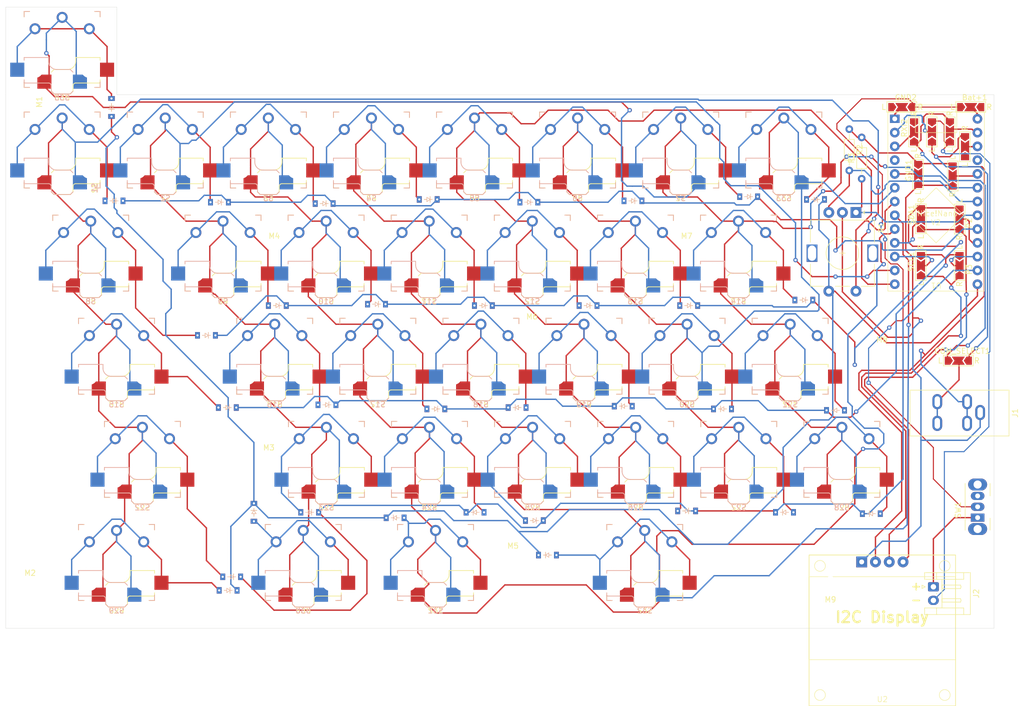
<source format=kicad_pcb>
(kicad_pcb (version 20240108) (generator "pcbnew") (generator_version "8.0")
  (title_block (title "simple_split") (rev "v1.0.0") (company "Unknown"))
  (layers (0 "F.Cu" signal) (31 "B.Cu" signal) (34 "B.Paste" user) (35 "F.Paste" user) (36 "B.SilkS" user "B.Silkscreen") (37 "F.SilkS" user "F.Silkscreen") (38 "B.Mask" user) (39 "F.Mask" user) (44 "Edge.Cuts" user))
  (net 0 "")
  (net 1 "Net-(D1-A)")
  (net 2 "Net-(D2-A)")
  (net 3 "Net-(D3-A)")
  (net 4 "Net-(D4-A)")
  (net 5 "Net-(D5-A)")
  (net 6 "Net-(D6-A)")
  (net 7 "Net-(D7-A)")
  (net 8 "Net-(D8-A)")
  (net 9 "Net-(D9-A)")
  (net 10 "Net-(D10-A)")
  (net 11 "Net-(D11-A)")
  (net 12 "Net-(D12-A)")
  (net 13 "Net-(D13-A)")
  (net 14 "Net-(D14-A)")
  (net 15 "Net-(D15-A)")
  (net 16 "Net-(D16-A)")
  (net 17 "Net-(D17-A)")
  (net 18 "Net-(D18-A)")
  (net 19 "Net-(D19-A)")
  (net 20 "Net-(D20-A)")
  (net 21 "Net-(D21-A)")
  (net 22 "Net-(D22-A)")
  (net 23 "Net-(D23-A)")
  (net 24 "Net-(D24-A)")
  (net 25 "Net-(D25-A)")
  (net 26 "Net-(D26-A)")
  (net 27 "Net-(D27-A)")
  (net 28 "Net-(D28-A)")
  (net 29 "Net-(D29-A)")
  (net 30 "Net-(D30-A)")
  (net 31 "Net-(D31-A)")
  (net 32 "Net-(D32-A)")
  (net 33 "/1")
  (net 34 "/2")
  (net 35 "/3")
  (net 36 "/4")
  (net 37 "/5")
  (net 38 "/Rotary_A")
  (net 39 "/Rotary_B")
  (net 40 "/GND")
  (net 41 "/E")
  (net 42 "/A")
  (net 43 "/B")
  (net 44 "/C")
  (net 45 "/D")
  (net 46 "/F")
  (net 47 "/G")
  (net 48 "/Bat+")
  (net 49 "Net-(Bat+1-COM)")
  (net 51 "Net-(GND1-COM)")
  (net 52 "/VCC")
  (net 54 "Net-(GND2-COM)")
  (net 56 "/TXD")
  (net 57 "Net-(RXI1-COM)")
  (net 58 "Net-(RXI2-COM)")
  (net 59 "/RXI")
  (net 61 "/Bat-")
  (net 62 "Net-(TXD1-COM)")
  (net 63 "Net-(TXD2-COM)")
  (net 66 "Net-(U1-VCC)")
  (net 67 "Net-(D33-A)")
  (net 68 "/SDA")
  (net 69 "/SCL")
  (net 71 "Net-(COM_SELECT1-COM)")
  (net 72 "Net-(J2-Pin_1)")
  (net 73 "Net-(P2-COM)")
  (net 74 "Net-(P3-COM)")
  (net 75 "Net-(SCL1-COM)")
  (net 76 "Net-(SDA1-COM)")
  (net 77 "Net-(D35-A)")
  (footprint "keyswitches:Kailh_socket_PG1350_optional_reversible" (layer "F.Cu") (at 252.9075 109.352 180)
    (property "Reference" "S33")
    (property "Value" "~")
  )
  (footprint "Resistor_THT:R_Axial_DIN0204_L3.6mm_D1.6mm_P7.62mm_Horizontal" (layer "F.Cu") (at 267.26 114.644 90)
    (property "Reference" "R3")
    (property "Value" "10K")
  )
  (footprint "Misc Keyboard Parts:reversable_diode" (layer "F.Cu") (at 235.002 175.858 180)
    (property "Reference" "D26" (hide yes))
    (property "Value" "D" (hide yes))
  )
  (footprint "Misc Keyboard Parts:reversable_diode" (layer "F.Cu") (at 196.014 176.112)
    (property "Reference" "D24" (hide yes))
    (property "Value" "D" (hide yes))
  )
  (footprint "keyswitches:Kailh_socket_PG1350_optional_reversible" (layer "F.Cu") (at 188.7255 185.352 180)
    (property "Reference" "S31")
    (property "Value" "~")
  )
  (footprint "keyswitches:Kailh_socket_PG1350_optional_reversible" (layer "F.Cu") (at 125.17 128.352 180)
    (property "Reference" "S8")
    (property "Value" "~")
  )
  (footprint "Misc Keyboard Parts:reversable_diode" (layer "F.Cu") (at 225.096 118.708 180)
    (property "Reference" "D6" (hide yes))
    (property "Value" "D" (hide yes))
  )
  (footprint "Misc Keyboard Parts:reversable_diode" (layer "F.Cu") (at 258.75 118.454 180)
    (property "Reference" "D33" (hide yes))
    (property "Value" "D" (hide yes))
  )
  (footprint "Misc Keyboard Parts:reversable_diode" (layer "F.Cu") (at 159.564 138.012 180)
    (property "Reference" "D9" (hide yes))
    (property "Value" "D" (hide yes))
  )
  (footprint "MountingHole:MountingHole_2.2mm_M2" (layer "F.Cu") (at 112.5 100.5 -90)
    (property "Reference" "M1")
    (property "Value" "MountingHole")
  )
  (footprint "Misc Keyboard Parts:reversable_diode" (layer "F.Cu") (at 168.708 156.3 180)
    (property "Reference" "D16" (hide yes))
    (property "Value" "D" (hide yes))
  )
  (footprint "Misc Keyboard Parts:reversable_diode" (layer "F.Cu") (at 177.852 137.758 180)
    (property "Reference" "D10" (hide yes))
    (property "Value" "D" (hide yes))
  )
  (footprint "keyswitches:Kailh_socket_PG1350_optional_reversible" (layer "F.Cu") (at 235.079 147.352 180)
    (property "Reference" "S20")
    (property "Value" "~")
  )
  (footprint "keyswitches:Kailh_socket_PG1350_optional_reversible" (layer "F.Cu") (at 187.554 128.352 180)
    (property "Reference" "S11")
    (property "Value" "~")
  )
  (footprint "Connector_JST:JST_EH_S2B-EH_1x02_P2.50mm_Horizontal" (layer "F.Cu") (at 280.4755 189.848 -90)
    (property "Reference" "J2")
    (property "Value" "Conn_01x02")
  )
  (footprint "MountingHole:MountingHole_2.2mm_M2" (layer "F.Cu") (at 261.5 189 180)
    (property "Reference" "M9")
    (property "Value" "MountingHole")
  )
  (footprint "Misc Keyboard Parts:reversable_diode" (layer "F.Cu") (at 165.534 176.112 180)
    (property "Reference" "D23" (hide yes))
    (property "Value" "D" (hide yes))
  )
  (footprint "Misc Keyboard Parts:reversable_diode" (layer "F.Cu") (at 246.432 117.946 180)
    (property "Reference" "D7" (hide yes))
    (property "Value" "D" (hide yes))
  )
  (footprint "keyswitches:Kailh_socket_PG1350_optional_reversible" (layer "F.Cu") (at 214.9075 109.352 180)
    (property "Reference" "S6")
    (property "Value" "~")
  )
  (footprint "Misc Keyboard Parts:Screen" (layer "F.Cu") (at 271.07 197.886)
    (property "Reference" "U2")
    (property "Value" "~")
  )
  (footprint "keyswitches:Stabilizer_MX_2u" (layer "F.Cu") (at 125.17 128.352)
    (property "Reference" "DRA2" (hide yes))
    (property "Value" "DIN_Rail_Adapter" (hide yes))
  )
  (footprint "MountingHole:MountingHole_2.2mm_M2" (layer "F.Cu") (at 235 122 180)
    (property "Reference" "M7")
    (property "Value" "MountingHole")
  )
  (footprint "MountingHole:MountingHole_2.2mm_M2" (layer "F.Cu") (at 203 185.5)
    (property "Reference" "M5")
    (property "Value" "MountingHole")
  )
  (footprint "Misc Keyboard Parts:Side Indicator - Improved" (layer "F.Cu") (at 284.024 114.136 -90)
    (property "Reference" "VCC1")
    (property "Value" "~")
  )
  (footprint "keyswitches:Kailh_socket_PG1350_optional_reversible" (layer "F.Cu") (at 119.9075 90.8 180)
    (property "Reference" "S35")
    (property "Value" "~")
  )
  (footprint "keyswitches:Kailh_socket_PG1350_optional_reversible" (layer "F.Cu") (at 176.9075 109.352 180)
    (property "Reference" "S4")
    (property "Value" "~")
  )
  (footprint "keyswitches:Kailh_socket_PG1350_optional_reversible" (layer "F.Cu") (at 157.9075 109.352 180)
    (property "Reference" "S3")
    (property "Value" "~")
  )
  (footprint "Misc Keyboard Parts:reversable_diode" (layer "F.Cu") (at 150.35 156.808 180)
    (property "Reference" "D15" (hide yes))
    (property "Value" "D" (hide yes))
  )
  (footprint "Misc Keyboard Parts:Side Indicator - Improved" (layer "F.Cu") (at 277.674 113.85 90)
    (property "Reference" "GND1")
    (property "Value" "~")
  )
  (footprint "Misc Keyboard Parts:Side Indicator - Improved" (layer "F.Cu") (at 274.658 101.436)
    (property "Reference" "GND2")
    (property "Value" "~")
  )
  (footprint "Misc Keyboard Parts:Side Indicator - Improved" (layer "F.Cu") (at 286.31 108.732 90)
    (property "Reference" "RXI1")
    (property "Value" "~")
  )
  (footprint "keyswitches:Kailh_socket_PG1350_optional_reversible" (layer "F.Cu") (at 195.9075 109.352 180)
    (property "Reference" "S5")
    (property "Value" "~")
  )
  (footprint "Misc Keyboard Parts:reversable_diode" (layer "F.Cu") (at 187.376 118.454 180)
    (property "Reference" "D4" (hide yes))
    (property "Value" "D" (hide yes))
  )
  (footprint "Misc Keyboard Parts:reversable_diode" (layer "F.Cu") (at 205.918 118.962 180)
    (property "Reference" "D5" (hide yes))
    (property "Value" "D" (hide yes))
  )
  (footprint "keyswitches:Kailh_socket_PG1350_optional_reversible" (layer "F.Cu") (at 206.604 166.352 180)
    (property "Reference" "S25")
    (property "Value" "~")
  )
  (footprint "keyswitches:Stabilizer_MX_2u" (layer "F.Cu") (at 129.9325 185.352)
    (property "Reference" "DRA4" (hide yes))
    (property "Value" "DIN_Rail_Adapter" (hide yes))
  )
  (footprint "Misc Keyboard Parts:Side Indicator - Improved" (layer "F.Cu") (at 278.182 130.646 90)
    (property "Reference" "SCL1")
    (property "Value" "~")
  )
  (footprint "keyswitches:Kailh_socket_PG1350_optional_reversible" (layer "F.Cu") (at 233.9075 109.352 180)
    (property "Reference" "S7")
    (property "Value" "~")
  )
  (footprint "keyswitches:Kailh_socket_PG1350_optional_reversible" (layer "F.Cu") (at 119.9075 109.352 180)
    (property "Reference" "S1")
    (property "Value" "~")
  )
  (footprint "Misc Keyboard Parts:Side Indicator - Improved" (layer "F.Cu") (at 287.358 101.436)
    (property "Reference" "Bat+1")
    (property "Value" "~")
  )
  (footprint "Misc Keyboard Parts:reversable_diode" (layer "F.Cu") (at 155.246 176.112 -90)
    (property "Reference" "D30" (hide yes))
    (property "Value" "D" (hide yes))
  )
  (footprint "Misc Keyboard Parts:reversable_diode" (layer "F.Cu") (at 269.038 176.366)
    (property "Reference" "D28" (hide yes))
    (property "Value" "D" (hide yes))
  )
  (footprint "keyswitches:Kailh_socket_PG1350_optional_reversible" (layer "F.Cu") (at 206.554 128.352 180)
    (property "Reference" "S12")
    (property "Value" "~")
  )
  (footprint "keyswitches:Kailh_socket_PG1350_optional_reversible" (layer "F.Cu") (at 187.604 166.352 180)
    (property "Reference" "S24")
    (property "Value" "~")
  )
  (footprint "Misc Keyboard Parts:reversable_diode" (layer "F.Cu") (at 216.84 138.012 180)
    (property "Reference" "D12" (hide yes))
    (property "Value" "D" (hide yes))
  )
  (footprint "keyswitches:Stabilizer_MX_2u" (layer "F.Cu") (at 227.2755 185.352)
    (property "Reference" "DRA5" (hide yes))
    (property "Value" "DIN_Rail_Adapter" (hide yes))
  )
  (footprint "Misc Keyboard Parts:Nice!NanoV2" (layer "F.Cu") (at 280.976 120.105)
    (property "Reference" "U1")
    (property "Value" "~")
  )
  (footprint "keyswitches:Stabilizer_MX_2u" (layer "F.Cu") (at 134.695 166.352)
    (property "Reference" "DRA3" (hide yes))
    (property "Value" "DIN_Rail_Adapter" (hide yes))
  )
  (footprint "Misc Keyboard Parts:reversable_diode" (layer "F.Cu") (at 188.774 157.062 180)
    (property "Reference" "D17" (hide yes))
    (property "Value" "D" (hide yes))
  )
  (footprint "MountingHole:MountingHole_2.2mm_M2" (layer "F.Cu") (at 114 190.5)
    (property "Reference" "M2")
    (property "Value" "MountingHole")
  )
  (footprint "keyswitches:Stabilizer_MX_2u" (layer "F.Cu") (at 129.9325 147.352)
    (property "Reference" "DRA1" (hide yes))
    (property "Value" "DIN_Rail_Adapter" (hide yes))
  )
  (footprint "Misc Keyboard Parts:Side Indicator - Improved" (layer "F.Cu") (at 285.294 130.646 -90)
    (property "Reference" "P3")
    (property "Value" "~")
  )
  (footprint "Misc Keyboard Parts:reversable_diode" (layer "F.Cu") (at 256.592 136.996 180)
    (property "Reference" "D14" (hide yes))
    (property "Value" "D" (hide yes))
  )
  (footprint "MountingHole:MountingHole_2.2mm_M2" (layer "F.Cu") (at 206.502 143.256)
    (property "Reference" "M6")
    (property "Value" "MountingHole")
  )
  (footprint "Misc Keyboard Parts:reversable_diode" (layer "F.Cu") (at 241.606 157.062)
    (property "Reference" "D20" (hide yes))
    (property "Value" "D" (hide yes))
  )
  (footprint "Misc Keyboard Parts:reversable_diode" (layer "F.Cu") (at 206.936 177.636 180)
    (property "Reference" "D25" (hide yes))
    (property "Value" "D" (hide yes))
  )
  (footprint "Misc Keyboard Parts:reversable_diode" (layer "F.Cu") (at 151.15 188 180)
    (property "Reference" "D22" (hide yes))
    (property "Value" "D" (hide yes))
  )
  (footprint "keyswitches:Kailh_socket_PG1350_optional_reversible" (layer "F.Cu") (at 138.9075 109.352 180)
    (property "Reference" "S2")
    (property "Value" "~")
  )
  (footprint "Misc Keyboard Parts:reversable_diode" (layer "F.Cu") (at 168.2 119.216 180)
    (property "Reference" "D3" (hide yes))
    (property "Value" "D" (hide yes))
  )
  (footprint "keyswitches:Kailh_socket_PG1350_optional_reversible" (layer "F.Cu") (at 159.079 147.352 180)
    (property "Reference" "S16")
    (property "Value" "~")
  )
  (footprint "keyswitches:Kailh_socket_PG1350_optional_reversible" (layer "F.Cu") (at 254.079 147.352 180)
    (property "Reference" "S21")
    (property "Value" "~")
  )
  (footprint "keyswitches:Kailh_socket_PG1350_optional_reversible" (layer "F.Cu") (at 225.604 166.352 180)
    (property "Reference" "S26")
    (property "Value" "~")
  )
  (footprint "Misc Keyboard Parts:reversable_diode" (layer "F.Cu") (at 262.434 157.316)
    (property "Reference" "D21" (hide yes))
    (property "Value" "D" (hide yes))
  )
  (footprint "keyswitches:Kailh_socket_PG1350_optional_reversible" (layer "F.Cu") (at 178.079 147.352 180)
    (property "Reference" "S17")
    (property "Value" "~")
  )
  (footprint "Misc Keyboard Parts:Side Indicator - Improved" (layer "F.Cu") (at 285.294 122.08 -90)
    (property "Reference" "P2")
    (property "Value" "~")
  )
  (footprint "keyswitches:Kailh_socket_PG1350_optional_reversible" (layer "F.Cu") (at 197.079 147.352 180)
    (property "Reference" "S18")
    (property "Value" "~")
  )
  (footprint "Misc Keyboard Parts:Side Indicator - Improved" (layer "F.Cu") (at 278.182 122.01 90)
    (property "Reference" "SDA1")
    (property "Value" "~")
  )
  (footprint "Misc Keyboard Parts:reversable_diode" (layer "F.Cu") (at 129 101.5 90)
    (property "Reference" "D35" (hide yes))
    (property "Value" "D" (hide yes))
  )
  (footprint "MountingHole:MountingHole_2.2mm_M2" (layer "F.Cu") (at 271 147.5)
    (property "Reference" "M8")
    (property "Value" "MountingHole")
  )
  (footprint "keyswitches:Kailh_socket_PG1350_optional_reversible" (layer "F.Cu") (at 227.2755 185.352 180)
    (property "Reference" "S32")
    (property "Value" "~")
  )
  (footprint "keyswitches:Kailh_socket_PG1350_optional_reversible" (layer "F.Cu") (at 129.9325 185.352 180)
    (property "Reference" "S29")
    (property "Value" "~")
  )
  (footprint "Misc Keyboard Parts:reversable_diode" (layer "F.Cu") (at 181.28 177.128)
    (property "Reference" "D31" (hide yes))
    (property "Value" "D" (hide yes))
  )
  (footprint "keyswitches:Kailh_socket_PG1350_optional_reversible" (layer "F.Cu") (at 168.604 166.352 180)
    (property "Reference" "S23")
    (property "Value" "~")
  )
  (footprint "Misc Keyboard Parts:reversable_diode" (layer "F.Cu") (at 197.536 138.012 180)
    (property "Reference" "D11" (hide yes))
    (property "Value" "D" (hide yes))
  )
  (footprint "keyswitches:Kailh_socket_PG1350_optional_reversible" (layer "F.Cu") (at 244.554 128.352 180)
    (property "Reference" "S14")
    (property "Value" "~")
  )
  (footprint "MountingHole:MountingHole_2.2mm_M2" (layer "F.Cu") (at 158 161 180)
    (property "Reference" "M3")
    (property "Value" "MountingHole")
  )
  (footprint "Misc Keyboard Parts:reversable_diode" (layer "F.Cu") (at 209.35 184)
    (property "Reference" "D32" (hide yes))
    (property "Value" "D" (hide yes))
  )
  (footprint "Button_Switch_THT:SW_Slide_SPDT_Angled_CK_OS102011MA1Q" (layer "F.Cu") (at 288.628 177.096 90)
    (property "Reference" "SW1")
    (property "Value" "SW_SPDT_312")
  )
  (footprint "Misc Keyboard Parts:reversable_diode" (layer "F.Cu") (at 148.896 118.962 180)
    (property "Reference" "D2" (hide yes))
    (property "Value" "D" (hide yes))
  )
  (footprint "Misc Keyboard Parts:Jack_3.5mm_CUI_SJ1-3533NG_Horizontal Reversable" (layer "F.Cu") (at 289.094 157.724 -90)
    (property "Reference" "J1")
    (property "Value" "AudioJack3")
  )
  (footprint "Misc Keyboard Parts:reversable_diode" (layer "F.Cu") (at 253.036 176.112)
    (property "Reference" "D27" (hide yes))
    (property "Value" "D" (hide yes))
  )
  (footprint "keyswitches:Kailh_socket_PG1350_optional_reversible" (layer "F.Cu") (at 244.604 166.352 180)
    (property "Reference" "S27")
    (property "Value" "~")
  )
  (footprint "Rotary_Encoder:RotaryEncoder_Alps_EC11E-Switch_Vertical_H20mm" (layer "F.Cu") (at 266.204 120.856 -90)
    (property "Reference" "R1")
    (property "Value" "RotaryEncoder_Switch")
  )
  (footprint "MountingHole:MountingHole_2.2mm_M2" (layer "F.Cu") (at 159 122 180)
    (property "Reference" "M4")
    (property "Value" "MountingHole")
  )
  (footprint "Misc Keyboard Parts:Side Indicator - Improved" (layer "F.Cu") (at 285.072 148.172)
    (property "Reference" "COM_SELECT1")
    (property "Value" "~")
  )
  (footprint "keyswitches:Kailh_socket_PG1350_optional_reversible" (layer "F.Cu") (at 263.604 166.352 180)
    (property "Reference" "S28")
    (property "Value" "~")
  )
  (footprint "Misc Keyboard Parts:reversable_diode" (layer "F.Cu") (at 150.5 190.5 180)
    (property "Reference" "D29" (hide yes))
    (property "Value" "D" (hide yes))
  )
  (footprint "Misc Keyboard Parts:reversable_diode" (layer "F.Cu") (at 235.382 138.012 180)
    (property "Reference" "D13" (hide yes))
    (property "Value" "D" (hide yes))
  )
  (footprint "Misc Keyboard Parts:Side Indicator - Improved" (layer "F.Cu") (at 276.912 106.008 90)
    (property "Reference" "RXI2")
    (property "Value" "~")
  )
  (footprint "keyswitches:Kailh_socket_PG1350_optional_reversible" (layer "F.Cu") (at 129.9325 147.352 180)
    (property "Reference" "S15")
    (property "Value" "~")
  )
  (footprint "keyswitches:Kailh_socket_PG1350_optional_reversible" (layer "F.Cu") (at 134.695 166.352 180)
    (property "Reference" "S22")
    (property "Value" "~")
  )
  (footprint "Misc Keyboard Parts:reversable_diode" (layer "F.Cu") (at 223.318 156.554)
    (property "Reference" "D19" (hide yes))
    (property "Value" "D" (hide yes))
  )
  (footprint "keyswitches:Kailh_socket_PG1350_optional_reversible" (layer "F.Cu") (at 216.079 147.352 180)
    (property "Reference" "S19")
    (property "Value" "~")
  )
  (footprint "keyswitches:Kailh_socket_PG1350_optional_reversible" (layer "F.Cu") (at 149.554 128.352 180)
    (property "Reference" "S9")
    (property "Value" "~")
  )
  (footprint "Misc Keyboard Parts:Side Indicator - Improved" (layer "F.Cu") (at 283.516 106.008 90)
    (property "Reference" "TXD1")
    (property "Value" "~")
  )
  (footprint "Misc Keyboard Parts:reversable_diode" (layer "F.Cu") (at 203.76 156.808)
    (property "Reference" "D18" (hide yes))
    (property "Value" "D" (hide yes))
  )
  (footprint "keyswitches:Kailh_socket_PG1350_optional_reversible" (layer "F.Cu") (at 225.554 128.352 180)
    (property "Reference" "S13")
    (property "Value" "~")
  )
  (footprint "Misc Keyboard Parts:reversable_diode" (layer "F.Cu") (at 129.466 118.708 180)
    (property "Reference" "D1" (hide yes))
    (property "Value" "D" (hide yes))
  )
  (footprint "Misc Keyboard Parts:reversable_diode" (layer "F.Cu") (at 146.5 143.5 180)
    (property "Reference" "D8" (hide yes))
    (property "Value" "D" (hide yes))
  )
  (footprint "Misc Keyboard Parts:Side Indicator - Improved" (layer "F.Cu") (at 280.214 106.008 90)
    (property "Reference" "TXD2")
    (property "Value" "~")
  )
  (footprint "Resistor_THT:R_Axial_DIN0204_L3.6mm_D1.6mm_P7.62mm_Horizontal" (layer "F.Cu") (at 264.974 105.5 -90)
    (property "Reference" "R2")
    (property "Value" "10K")
  )
  (footprint "keyswitches:Kailh_socket_PG1350_optional_reversible" (layer "F.Cu") (at 168.554 128.352 180)
    (property "Reference" "S10")
    (property "Value" "~")
  )
  (footprint "keyswitches:Kailh_socket_PG1350_optional_reversible" (layer "F.Cu") (at 164.3415 185.352 180)
    (property "Reference" "S30")
    (property "Value" "~")
  )
  (gr_line (start 291.644 197.5) (end 291.644 99.15) (stroke (width 0.05)) (layer "Edge.Cuts"))
  (gr_line (start 130 83.5) (end 130 83) (stroke (width 0.05)) (layer "Edge.Cuts"))
  (gr_line (start 109.526 83) (end 109.526 99.15) (stroke (width 0.05)) (layer "Edge.Cuts"))
  (gr_line (start 109.526 197.5) (end 291.644 197.5) (stroke (width 0.05)) (layer "Edge.Cuts"))
  (gr_line (start 130 99.15) (end 130 83.5) (stroke (width 0.05)) (layer "Edge.Cuts"))
  (gr_line (start 109.526 99.15) (end 109.526 197.5) (stroke (width 0.05)) (layer "Edge.Cuts"))
  (gr_line (start 130 83) (end 109.526 83) (stroke (width 0.05)) (layer "Edge.Cuts"))
  (gr_line (start 291.644 99.15) (end 130 99.15) (stroke (width 0.05)) (layer "Edge.Cuts"))
  (gr_text "+" (at 278.436 190.59 0) (layer "F.SilkS") (effects (font (size 1.5 1.5) (thickness 0.3) (bold yes)) (justify left bottom mirror)))
  (gr_text "-" (at 278.436 193.13 0) (layer "F.SilkS") (effects (font (size 1.5 1.5) (thickness 0.3) (bold yes)) (justify left bottom mirror)))
  (segment (start 128.1825 108.827) (end 124.9075 105.552) (width 0.25) (layer "F.Cu") (net 1))
  (segment (start 128.1825 118.3415) (end 127.816 118.708) (width 0.25) (layer "F.Cu") (net 1))
  (segment (start 128.1825 113.102) (end 128.1825 108.827) (width 0.25) (layer "F.Cu") (net 1))
  (segment (start 128.1825 113.102) (end 128.1825 118.3415) (width 0.25) (layer "F.Cu") (net 1))
  (segment (start 119.432 101.0275) (end 120.383 101.0275) (width 0.25) (layer "B.Cu") (net 1))
  (segment (start 120.383 101.0275) (end 124.9075 105.552) (width 0.25) (layer "B.Cu") (net 1))
  (segment (start 114.9075 105.552) (end 119.432 101.0275) (width 0.25) (layer "B.Cu") (net 1))
  (segment (start 111.6325 108.827) (end 114.9075 105.552) (width 0.25) (layer "B.Cu") (net 1))
  (segment (start 111.6325 113.102) (end 111.6325 108.827) (width 0.25) (layer "B.Cu") (net 1))
  (segment (start 147.1825 113.102) (end 147.1825 108.827) (width 0.25) (layer "F.Cu") (net 2))
  (segment (start 147.1825 108.827) (end 143.9075 105.552) (width 0.25) (layer "F.Cu") (net 2))
  (segment (start 147.1825 113.102) (end 147.1825 118.8985) (width 0.25) (layer "F.Cu") (net 2))
  (segment (start 147.1825 118.8985) (end 147.246 118.962) (width 0.25) (layer "F.Cu") (net 2))
  (segment (start 133.9075 105.552) (end 138.482 100.9775) (width 0.25) (layer "B.Cu") (net 2))
  (segment (start 130.6325 113.102) (end 130.6325 108.827) (width 0.25) (layer "B.Cu") (net 2))
  (segment (start 130.6325 108.827) (end 133.9075 105.552) (width 0.25) (layer "B.Cu") (net 2))
  (segment (start 139.333 100.9775) (end 143.9075 105.552) (width 0.25) (layer "B.Cu") (net 2))
  (segment (start 138.482 100.9775) (end 139.333 100.9775) (width 0.25) (layer "B.Cu") (net 2))
  (segment (start 166.1825 113.102) (end 166.1825 108.827) (width 0.25) (layer "F.Cu") (net 3))
  (segment (start 166.1825 108.827) (end 162.9075 105.552) (width 0.25) (layer "F.Cu") (net 3))
  (segment (start 166.1825 118.8485) (end 166.55 119.216) (width 0.25) (layer "F.Cu") (net 3))
  (segment (start 166.1825 113.102) (end 166.1825 118.8485) (width 0.25) (layer "F.Cu") (net 3))
  (segment (start 149.6325 113.102) (end 149.6325 108.827) (width 0.25) (layer "B.Cu") (net 3))
  (segment (start 149.6325 108.827) (end 152.9075 105.552) (width 0.25) (layer "B.Cu") (net 3))
  (segment (start 152.9075 105.552) (end 157.5315 100.928) (width 0.25) (layer "B.Cu") (net 3))
  (segment (start 157.5315 100.928) (end 158.2835 100.928) (width 0.25) (layer "B.Cu") (net 3))
  (segment (start 158.2835 100.928) (end 162.9075 105.552) (width 0.25) (layer "B.Cu") (net 3))
  (segment (start 185.1825 113.102) (end 185.1825 117.9105) (width 0.25) (layer "F.Cu") (net 4))
  (segment (start 185.1825 113.102) (end 185.1825 108.827) (width 0.25) (layer "F.Cu") (net 4))
  (segment (start 185.1825 108.827) (end 181.9075 105.552) (width 0.25) (layer "F.Cu") (net 4))
  (segment (start 185.1825 117.9105) (end 185.726 118.454) (width 0.25) (layer "F.Cu") (net 4))
  (segment (start 176.2775 101.182) (end 177.5375 101.182) (width 0.25) (layer "B.Cu") (net 4))
  (segment (start 171.9075 105.552) (end 176.2775 101.182) (width 0.25) (layer "B.Cu") (net 4))
  (segment (start 168.6325 108.827) (end 171.9075 105.552) (width 0.25) (layer "B.Cu") (net 4))
  (segment (start 168.6325 113.102) (end 168.6325 108.827) (width 0.25) (layer "B.Cu") (net 4))
  (segment (start 177.5375 101.182) (end 181.9075 105.552) (width 0.25) (layer "B.Cu") (net 4))
  (segment (start 204.1825 113.102) (end 204.1825 108.827) (width 0.25) (layer "F.Cu") (net 5))
  (segment (start 204.1825 113.102) (end 204.1825 118.8765) (width 0.25) (layer "F.Cu") (net 5))
  (segment (start 204.1825 108.827) (end 200.9075 105.552) (width 0.25) (layer "F.Cu") (net 5))
  (segment (start 204.1825 118.8765) (end 204.268 118.962) (width 0.25) (layer "F.Cu") (net 5))
  (segment (start 187.6325 108.827) (end 190.9075 105.552) (width 0.25) (layer "B.Cu") (net 5))
  (segment (start 196.5375 101.182) (end 200.9075 105.552) (width 0.25) (layer "B.Cu") (net 5))
  (segment (start 195.2775 101.182) (end 196.5375 101.182) (width 0.25) (layer "B.Cu") (net 5))
  (segment (start 190.9075 105.552) (end 195.2775 101.182) (width 0.25) (layer "B.Cu") (net 5))
  (segment (start 187.6325 113.102) (end 187.6325 108.827) (width 0.25) (layer "B.Cu") (net 5))
  (segment (start 223.1825 118.4445) (end 223.446 118.708) (width 0.25) (layer "F.Cu") (net 6))
  (segment (start 223.1825 113.102) (end 223.1825 108.827) (width 0.25) (layer "F.Cu") (net 6))
  (segment (start 223.1825 108.827) (end 219.9075 105.552) (width 0.25) (layer "F.Cu") (net 6))
  (segment (start 223.1825 113.102) (end 223.1825 118.4445) (width 0.25) (layer "F.Cu") (net 6))
  (segment (start 214.0235 101.436) (end 215.7915 101.436) (width 0.25) (layer "B.Cu") (net 6))
  (segment (start 215.7915 101.436) (end 219.9075 105.552) (width 0.25) (layer "B.Cu") (net 6))
  (segment (start 209.9075 105.552) (end 214.0235 101.436) (width 0.25) (layer "B.Cu") (net 6))
  (segment (start 206.6325 113.102) (end 206.6325 108.827) (width 0.25) (layer "B.Cu") (net 6))
  (segment (start 206.6325 108.827) (end 209.9075 105.552) (width 0.25) (layer "B.Cu") (net 6))
  (segment (start 242.1825 115.3465) (end 244.782 117.946) (width 0.25) (layer "F.Cu") (net 7))
  (segment (start 242.1825 108.827) (end 238.9075 105.552) (width 0.25) (layer "F.Cu") (net 7))
  (segment (start 242.1825 113.102) (end 242.1825 108.827) (width 0.25) (layer "F.Cu") (net 7))
  (segment (start 242.1825 113.102) (end 242.1825 115.3465) (width 0.25) (layer "F.Cu") (net 7))
  (segment (start 225.6325 113.102) (end 225.6325 108.827) (width 0.25) (layer "B.Cu") (net 7))
  (segment (start 234.7915 101.436) (end 238.9075 105.552) (width 0.25) (layer "B.Cu") (net 7))
  (segment (start 228.9075 105.552) (end 233.0235 101.436) (width 0.25) (layer "B.Cu") (net 7))
  (segment (start 225.6325 108.827) (end 228.9075 105.552) (width 0.25) (layer "B.Cu") (net 7))
  (segment (start 233.0235 101.436) (end 234.7915 101.436) (width 0.25) (layer "B.Cu") (net 7))
  (segment (start 133.445 132.102) (end 133.445 138.445) (width 0.25) (layer "F.Cu") (net 8))
  (segment (start 133.445 127.827) (end 130.17 124.552) (width 0.25) (layer "F.Cu") (net 8))
  (segment (start 138.5 143.5) (end 144.85 143.5) (width 0.25) (layer "F.Cu") (net 8))
  (segment (start 133.445 138.445) (end 138.5 143.5) (width 0.25) (layer "F.Cu") (net 8))
  (segment (start 133.445 132.102) (end 133.445 127.827) (width 0.25) (layer "F.Cu") (net 8))
  (segment (start 120.17 124.552) (end 124.49 120.232) (width 0.25) (layer "B.Cu") (net 8))
  (segment (start 125.85 120.232) (end 130.17 124.552) (width 0.25) (layer "B.Cu") (net 8))
  (segment (start 116.895 127.827) (end 120.17 124.552) (width 0.25) (layer "B.Cu") (net 8))
  (segment (start 124.49 120.232) (end 125.85 120.232) (width 0.25) (layer "B.Cu") (net 8))
  (segment (start 116.895 132.102) (end 116.895 127.827) (width 0.25) (layer "B.Cu") (net 8))
  (segment (start 157.829 132.102) (end 157.829 137.927) (width 0.25) (layer "F.Cu") (net 9))
  (segment (start 157.829 127.827) (end 154.554 124.552) (width 0.25) (layer "F.Cu") (net 9))
  (segment (start 157.829 137.927) (end 157.914 138.012) (width 0.25) (layer "F.Cu") (net 9))
  (segment (start 157.829 132.102) (end 157.829 127.827) (width 0.25) (layer "F.Cu") (net 9))
  (segment (start 141.279 127.827) (end 144.554 124.552) (width 0.25) (layer "B.Cu") (net 9))
  (segment (start 144.554 124.552) (end 148.366 120.74) (width 0.25) (layer "B.Cu") (net 9))
  (segment (start 141.279 132.102) (end 141.279 127.827) (width 0.25) (layer "B.Cu") (net 9))
  (segment (start 150.742 120.74) (end 154.554 124.552) (width 0.25) (layer "B.Cu") (net 9))
  (segment (start 148.366 120.74) (end 150.742 120.74) (width 0.25) (layer "B.Cu") (net 9))
  (segment (start 176.829 137.131) (end 176.202 137.758) (width 0.25) (layer "F.Cu") (net 10))
  (segment (start 176.829 132.102) (end 176.829 127.827) (width 0.25) (layer "F.Cu") (net 10))
  (segment (start 176.829 127.827) (end 173.554 124.552) (width 0.25) (layer "F.Cu") (net 10))
  (segment (start 176.829 132.102) (end 176.829 137.131) (width 0.25) (layer "F.Cu") (net 10))
  (segment (start 160.279 127.827) (end 163.554 124.552) (width 0.25) (layer "B.Cu") (net 10))
  (segment (start 169.488 120.486) (end 173.554 124.552) (width 0.25) (layer "B.Cu") (net 10))
  (segment (start 167.62 120.486) (end 169.488 120.486) (width 0.25) (layer "B.Cu") (net 10))
  (segment (start 163.554 124.552) (end 167.62 120.486) (width 0.25) (layer "B.Cu") (net 10))
  (segment (start 160.279 132.102) (end 160.279 127.827) (width 0.25) (layer "B.Cu") (net 10))
  (segment (start 195.829 132.102) (end 195.829 137.955) (width 0.25) (layer "F.Cu") (net 11))
  (segment (start 195.829 127.827) (end 192.554 124.552) (width 0.25) (layer "F.Cu") (net 11))
  (segment (start 195.829 132.102) (end 195.829 127.827) (width 0.25) (layer "F.Cu") (net 11))
  (segment (start 195.829 137.955) (end 195.886 138.012) (width 0.25) (layer "F.Cu") (net 11))
  (segment (start 188.234 120.232) (end 192.554 124.552) (width 0.25) (layer "B.Cu") (net 11))
  (segment (start 179.279 132.102) (end 179.279 127.827) (width 0.25) (layer "B.Cu") (net 11))
  (segment (start 182.554 124.552) (end 186.874 120.232) (width 0.25) (layer "B.Cu") (net 11))
  (segment (start 186.874 120.232) (end 188.234 120.232) (width 0.25) (layer "B.Cu") (net 11))
  (segment (start 179.279 127.827) (end 182.554 124.552) (width 0.25) (layer "B.Cu") (net 11))
  (segment (start 214.829 127.827) (end 211.554 124.552) (width 0.25) (layer "F.Cu") (net 12))
  (segment (start 214.829 132.102) (end 214.829 127.827) (width 0.25) (layer "F.Cu") (net 12))
  (segment (start 214.829 137.651) (end 215.19 138.012) (width 0.25) (layer "F.Cu") (net 12))
  (segment (start 214.829 132.102) (end 214.829 137.651) (width 0.25) (layer "F.Cu") (net 12))
  (segment (start 201.554 124.552) (end 205.62 120.486) (width 0.25) (layer "B.Cu") (net 12))
  (segment (start 205.62 120.486) (end 207.488 120.486) (width 0.25) (layer "B.Cu") (net 12))
  (segment (start 198.279 127.827) (end 201.554 124.552) (width 0.25) (layer "B.Cu") (net 12))
  (segment (start 207.488 120.486) (end 211.554 124.552) (width 0.25) (layer "B.Cu") (net 12))
  (segment (start 198.279 132.102) (end 198.279 127.827) (width 0.25) (layer "B.Cu") (net 12))
  (segment (start 233.829 132.102) (end 233.829 127.827) (width 0.25) (layer "F.Cu") (net 13))
  (segment (start 233.829 127.827) (end 230.554 124.552) (width 0.25) (layer "F.Cu") (net 13))
  (segment (start 233.829 137.915) (end 233.732 138.012) (width 0.25) (layer "F.Cu") (net 13))
  (segment (start 233.829 132.102) (end 233.829 137.915) (width 0.25) (layer "F.Cu") (net 13))
  (segment (start 224.366 120.74) (end 226.742 120.74) (width 0.25) (layer "B.Cu") (net 13))
  (segment (start 220.554 124.552) (end 224.366 120.74) (width 0.25) (layer "B.Cu") (net 13))
  (segment (start 217.279 132.102) (end 217.279 127.827) (width 0.25) (layer "B.Cu") (net 13))
  (segment (start 226.742 120.74) (end 230.554 124.552) (width 0.25) (layer "B.Cu") (net 13))
  (segment (start 217.279 127.827) (end 220.554 124.552) (width 0.25) (layer "B.Cu") (net 13))
  (segment (start 252.829 134.883) (end 254.942 136.996) (width 0.25) (layer "F.Cu") (net 14))
  (segment (start 252.829 132.102) (end 252.829 134.883) (width 0.25) (layer "F.Cu") (net 14))
  (segment (start 252.829 132.102) (end 252.829 127.827) (width 0.25) (layer "F.Cu") (net 14))
  (segment (start 252.829 127.827) (end 249.554 124.552) (width 0.25) (layer "F.Cu") (net 14))
  (segment (start 243.62 120.486) (end 245.488 120.486) (width 0.25) (layer "B.Cu") (net 14))
  (segment (start 239.554 124.552) (end 243.62 120.486) (width 0.25) (layer "B.Cu") (net 14))
  (segment (start 236.279 132.102) (end 236.279 127.827) (width 0.25) (layer "B.Cu") (net 14))
  (segment (start 236.279 127.827) (end 239.554 124.552) (width 0.25) (layer "B.Cu") (net 14))
  (segment (start 245.488 120.486) (end 249.554 124.552) (width 0.25) (layer "B.Cu") (net 14))
  (segment (start 138.2075 151.102) (end 142.994 151.102) (width 0.25) (layer "F.Cu") (net 15))
  (segment (start 142.994 151.102) (end 148.7 156.808) (width 0.25) (layer "F.Cu") (net 15))
  (segment (start 138.2075 151.102) (end 138.2075 146.827) (width 0.25) (layer "F.Cu") (net 15))
  (segment (start 138.2075 146.827) (end 134.9325 143.552) (width 0.25) (layer "F.Cu") (net 15))
  (segment (start 121.6575 151.102) (end 121.6575 146.827) (width 0.25) (layer "B.Cu") (net 15))
  (segment (start 130.9165 139.536) (end 134.9325 143.552) (width 0.25) (layer "B.Cu") (net 15))
  (segment (start 128.9485 139.536) (end 130.9165 139.536) (width 0.25) (layer "B.Cu") (net 15))
  (segment (start 124.9325 143.552) (end 128.9485 139.536) (width 0.25) (layer "B.Cu") (net 15))
  (segment (start 121.6575 146.827) (end 124.9325 143.552) (width 0.25) (layer "B.Cu") (net 15))
  (segment (start 167.354 156.004) (end 167.058 156.3) (width 0.25) (layer "F.Cu") (net 16))
  (segment (start 167.354 146.827) (end 164.079 143.552) (width 0.25) (layer "F.Cu") (net 16))
  (segment (start 167.354 151.102) (end 167.354 146.827) (width 0.25) (layer "F.Cu") (net 16))
  (segment (start 167.354 151.102) (end 167.354 156.004) (width 0.25) (layer "F.Cu") (net 16))
  (segment (start 158.095 139.536) (end 160.063 139.536) (width 0.25) (layer "B.Cu") (net 16))
  (segment (start 150.804 151.102) (end 150.804 146.827) (width 0.25) (layer "B.Cu") (net 16))
  (segment (start 154.079 143.552) (end 158.095 139.536) (width 0.25) (layer "B.Cu") (net 16))
  (segment (start 160.063 139.536) (end 164.079 143.552) (width 0.25) (layer "B.Cu") (net 16))
  (segment (start 150.804 146.827) (end 154.079 143.552) (width 0.25) (layer "B.Cu") (net 16))
  (segment (start 186.354 156.292) (end 187.124 157.062) (width 0.25) (layer "F.Cu") (net 17))
  (segment (start 186.354 151.102) (end 186.354 156.292) (width 0.25) (layer "F.Cu") (net 17))
  (segment (start 186.354 146.827) (end 183.079 143.552) (width 0.25) (layer "F.Cu") (net 17))
  (segment (start 186.354 151.102) (end 186.354 146.827) (width 0.25) (layer "F.Cu") (net 17))
  (segment (start 177.095 139.536) (end 179.063 139.536) (width 0.25) (layer "B.Cu") (net 17))
  (segment (start 169.804 146.827) (end 173.079 143.552) (width 0.25) (layer "B.Cu") (net 17))
  (segment (start 179.063 139.536) (end 183.079 143.552) (width 0.25) (layer "B.Cu") (net 17))
  (segment (start 169.804 151.102) (end 169.804 146.827) (width 0.25) (layer "B.Cu") (net 17))
  (segment (start 173.079 143.552) (end 177.095 139.536) (width 0.25) (layer "B.Cu") (net 17))
  (segment (start 205.354 146.827) (end 202.079 143.552) (width 0.25) (layer "F.Cu") (net 18))
  (segment (start 205.354 151.102) (end 205.354 156.752) (width 0.25) (layer "F.Cu") (net 18))
  (segment (start 205.354 156.752) (end 205.41 156.808) (width 0.25) (layer "F.Cu") (net 18))
  (segment (start 205.354 151.102) (end 205.354 146.827) (width 0.25) (layer "F.Cu") (net 18))
  (segment (start 196.603 139.028) (end 197.555 139.028) (width 0.25) (layer "B.Cu") (net 18))
  (segment (start 192.079 143.552) (end 196.603 139.028) (width 0.25) (layer "B.Cu") (net 18))
  (segment (start 188.804 146.827) (end 192.079 143.552) (width 0.25) (layer "B.Cu") (net 18))
  (segment (start 188.804 151.102) (end 188.804 146.827) (width 0.25) (layer "B.Cu") (net 18))
  (segment (start 197.555 139.028) (end 202.079 143.552) (width 0.25) (layer "B.Cu") (net 18))
  (segment (start 224.354 151.102) (end 224.354 155.94) (width 0.25) (layer "F.Cu") (net 19))
  (segment (start 224.354 151.102) (end 224.354 146.827) (width 0.25) (layer "F.Cu") (net 19))
  (segment (start 224.354 155.94) (end 224.968 156.554) (width 0.25) (layer "F.Cu") (net 19))
  (segment (start 224.354 146.827) (end 221.079 143.552) (width 0.25) (layer "F.Cu") (net 19))
  (segment (start 207.804 151.102) (end 207.804 146.827) (width 0.25) (layer "B.Cu") (net 19))
  (segment (start 215.349 139.282) (end 216.809 139.282) (width 0.25) (layer "B.Cu") (net 19))
  (segment (start 211.079 143.552) (end 215.349 139.282) (width 0.25) (layer "B.Cu") (net 19))
  (segment (start 207.804 146.827) (end 211.079 143.552) (width 0.25) (layer "B.Cu") (net 19))
  (segment (start 216.809 139.282) (end 221.079 143.552) (width 0.25) (layer "B.Cu") (net 19))
  (segment (start 243.354 146.827) (end 240.079 143.552) (width 0.25) (layer "F.Cu") (net 20))
  (segment (start 243.354 151.102) (end 243.354 156.964) (width 0.25) (layer "F.Cu") (net 20))
  (segment (start 243.354 151.102) (end 243.354 146.827) (width 0.25) (layer "F.Cu") (net 20))
  (segment (start 243.354 156.964) (end 243.256 157.062) (width 0.25) (layer "F.Cu") (net 20))
  (segment (start 226.804 146.827) (end 230.079 143.552) (width 0.25) (layer "B.Cu") (net 20))
  (segment (start 226.804 151.102) (end 226.804 146.827) (width 0.25) (layer "B.Cu") (net 20))
  (segment (start 234.095 139.536) (end 236.063 139.536) (width 0.25) (layer "B.Cu") (net 20))
  (segment (start 230.079 143.552) (end 234.095 139.536) (width 0.25) (layer "B.Cu") (net 20))
  (segment (start 236.063 139.536) (end 240.079 143.552) (width 0.25) (layer "B.Cu") (net 20))
  (segment (start 262.354 151.102) (end 262.354 155.586) (width 0.25) (layer "F.Cu") (net 21))
  (segment (start 262.354 146.827) (end 259.079 143.552) (width 0.25) (layer "F.Cu") (net 21))
  (segment (start 262.354 151.102) (end 262.354 146.827) (width 0.25) (layer "F.Cu") (net 21))
  (segment (start 262.354 155.586) (end 264.084 157.316) (width 0.25) (layer "F.Cu") (net 21))
  (segment (start 253.095 139.536) (end 249.079 143.552) (width 0.25) (layer "B.Cu") (net 21))
  (segment (start 245.804 146.827) (end 249.079 143.552) (width 0.25) (layer "B.Cu") (net 21))
  (segment (start 259.079 143.552) (end 255.063 139.536) (width 0.25) (layer "B.Cu") (net 21))
  (segment (start 255.063 139.536) (end 253.095 139.536) (width 0.25) (layer "B.Cu") (net 21))
  (segment (start 245.804 151.102) (end 245.804 146.827) (width 0.25) (layer "B.Cu") (net 21))
  (segment (start 142.97 170.102) (end 142.97 165.827) (width 0.25) (layer "F.Cu") (net 22))
  (segment (start 142.97 175.47) (end 146.5 179) (width 0.25) (layer "F.Cu") (net 22))
  (segment (start 142.97 165.827) (end 139.695 162.552) (width 0.25) (layer "F.Cu") (net 22))
  (segment (start 146.5 185) (end 149.5 188) (width 0.25) (layer "F.Cu") (net 22))
  (segment (start 142.97 170.102) (end 142.97 175.47) (width 0.25) (layer "F.Cu") (net 22))
  (segment (start 146.5 179) (end 146.5 185) (width 0.25) (layer "F.Cu") (net 22))
  (segment (start 126.42 170.102) (end 126.42 165.827) (width 0.25) (layer "B.Cu") (net 22))
  (segment (start 133.915 158.332) (end 135.475 158.332) (width 0.25) (layer "B.Cu") (net 22))
  (segment (start 126.42 165.827) (end 129.695 162.552) (width 0.25) (layer "B.Cu") (net 22))
  (segment (start 135.475 158.332) (end 139.695 162.552) (width 0.25) (layer "B.Cu") (net 22))
  (segment (start 129.695 162.552) (end 133.915 158.332) (width 0.25) (layer "B.Cu") (net 22))
  (segment (start 176.879 170.102) (end 176.879 165.827) (width 0.25) (layer "F.Cu") (net 23))
  (segment (start 176.879 165.827) (end 173.604 162.552) (width 0.25) (layer "F.Cu") (net 23))
  (segment (start 168.078 158.078) (end 169.13 158.078) (width 0.25) (layer "B.Cu") (net 23))
  (segment (start 160.329 172.557) (end 160.329 170.102) (width 0.25) (layer "B.Cu") (net 23))
  (segment (start 160.329 165.827) (end 163.604 162.552) (width 0.25) (layer "B.Cu") (net 23))
  (segment (start 160.329 170.102) (end 160.329 165.827) (width 0.25) (layer "B.Cu") (net 23))
  (segment (start 163.604 162.552) (end 168.078 158.078) (width 0.25) (layer "B.Cu") (net 23))
  (segment (start 160.329 172.557) (end 163.884 176.112) (width 0.25) (layer "B.Cu") (net 23))
  (segment (start 169.13 158.078) (end 173.604 162.552) (width 0.25) (layer "B.Cu") (net 23))
  (segment (start 195.879 170.102) (end 195.879 174.327) (width 0.25) (layer "F.Cu") (net 24))
  (segment (start 195.879 170.102) (end 195.879 165.827) (width 0.25) (layer "F.Cu") (net 24))
  (segment (start 195.879 165.827) (end 192.604 162.552) (width 0.25) (layer "F.Cu") (net 24))
  (segment (start 195.879 174.327) (end 197.664 176.112) (width 0.25) (layer "F.Cu") (net 24))
  (segment (start 182.604 162.552) (end 186.57 158.586) (width 0.25) (layer "B.Cu") (net 24))
  (segment (start 179.329 170.102) (end 179.3435 170.0875) (width 0.25) (layer "B.Cu") (net 24))
  (segment (start 188.638 158.586) (end 192.604 162.552) (width 0.25) (layer "B.Cu") (net 24))
  (segment (start 179.329 170.102) (end 179.329 165.827) (width 0.25) (layer "B.Cu") (net 24))
  (segment (start 179.329 165.827) (end 182.604 162.552) (width 0.25) (layer "B.Cu") (net 24))
  (segment (start 186.57 158.586) (end 188.638 158.586) (width 0.25) (layer "B.Cu") (net 24))
  (segment (start 214.879 165.827) (end 211.604 162.552) (width 0.25) (layer "F.Cu") (net 25))
  (segment (start 214.879 170.102) (end 214.879 165.827) (width 0.25) (layer "F.Cu") (net 25))
  (segment (start 198.329 165.827) (end 201.604 162.552) (width 0.25) (layer "B.Cu") (net 25))
  (segment (start 207.384 158.332) (end 211.604 162.552) (width 0.25) (layer "B.Cu") (net 25))
  (segment (start 201.604 162.552) (end 205.824 158.332) (width 0.25) (layer "B.Cu") (net 25))
  (segment (start 198.329 170.102) (end 198.329 165.827) (width 0.25) (layer "B.Cu") (net 25))
  (segment (start 198.329 170.102) (end 198.329 170.679) (width 0.25) (layer "B.Cu") (net 25))
  (segment (start 198.329 170.679) (end 205.286 177.636) (width 0.25) (layer "B.Cu") (net 25))
  (segment (start 205.824 158.332) (end 207.384 158.332) (width 0.25) (layer "B.Cu") (net 25))
  (segment (start 233.879 170.102) (end 233.879 175.331) (width 0.25) (layer "F.Cu") (net 26))
  (segment (start 233.879 165.827) (end 230.604 162.552) (width 0.25) (layer "F.Cu") (net 26))
  (segment (start 233.879 175.331) (end 233.352 175.858) (width 0.25) (layer "F.Cu") (net 26))
  (segment (start 233.879 170.102) (end 233.879 165.827) (width 0.25) (layer "F.Cu") (net 26))
  (segment (start 226.384 158.332) (end 230.604 162.552) (width 0.25) (layer "B.Cu") (net 26))
  (segment (start 220.604 162.552) (end 224.824 158.332) (width 0.25) (layer "B.Cu") (net 26))
  (segment (start 217.329 170.102) (end 217.329 165.827) (width 0.25) (layer "B.Cu") (net 26))
  (segment (start 217.329 165.827) (end 220.604 162.552) (width 0.25) (layer "B.Cu") (net 26))
  (segment (start 224.824 158.332) (end 226.384 158.332) (width 0.25) (layer "B.Cu") (net 26))
  (segment (start 252.879 170.102) (end 252.879 165.827) (width 0.25) (layer "F.Cu") (net 27))
  (segment (start 252.879 165.827) (end 249.604 162.552) (width 0.25) (layer "F.Cu") (net 27))
  (segment (start 252.879 174.305) (end 254.686 176.112) (width 0.25) (layer "F.Cu") (net 27))
  (segment (start 252.879 170.102) (end 252.879 174.305) (width 0.25) (layer "F.Cu") (net 27))
  (segment (start 239.604 162.552) (end 243.57 158.586) (width 0.25) (layer "B.Cu") (net 27))
  (segment (start 236.329 170.102) (end 236.329 165.827) (width 0.25) (layer "B.Cu") (net 27))
  (segment (start 245.638 158.586) (end 249.604 162.552) (width 0.25) (layer "B.Cu") (net 27))
  (segment (start 243.57 158.586) (end 245.638 158.586) (width 0.25) (layer "B.Cu") (net 27))
  (segment (start 236.329 165.827) (end 239.604 162.552) (width 0.25) (layer "B.Cu") (net 27))
  (segment (start 271.879 170.102) (end 271.879 175.175) (width 0.25) (layer "F.Cu") (net 28))
  (segment (start 271.879 165.827) (end 268.604 162.552) (width 0.25) (layer "F.Cu") (net 28))
  (segment (start 271.879 175.175) (end 270.688 176.366) (width 0.25) (layer "F.Cu") (net 28))
  (segment (start 271.879 170.102) (end 271.879 165.827) (width 0.25) (layer "F.Cu") (net 28))
  (segment (start 255.329 165.827) (end 258.604 162.552) (width 0.25) (layer "B.Cu") (net 28))
  (segment (start 255.329 170.102) (end 255.329 165.827) (width 0.25) (layer "B.Cu") (net 28))
  (segment (start 262.57 158.586) (end 264.638 158.586) (width 0.25) (layer "B.Cu") (net 28))
  (segment (start 264.638 158.586) (end 268.604 162.552) (width 0.25) (layer "B.Cu") (net 28))
  (segment (start 258.604 162.552) (end 262.57 158.586) (width 0.25) (layer "B.Cu") (net 28))
  (segment (start 138.2075 189.102) (end 138.2075 184.827) (width 0.25) (layer "F.Cu") (net 29))
  (segment (start 138.2075 189.102) (end 147.452 189.102) (width 0.25) (layer "F.Cu") (net 29))
  (segment (start 138.2075 184.827) (end 134.9325 181.552) (width 0.25) (layer "F.Cu") (net 29))
  (segment (start 147.452 189.102) (end 148.85 190.5) (width 0.25) (layer "F.Cu") (net 29))
  (segment (start 121.6575 184.827) (end 124.9325 181.552) (width 0.25) (layer "B.Cu") (net 29))
  (segment (start 130.7625 177.382) (end 134.9325 181.552) (width 0.25) (layer "B.Cu") (net 29))
  (segment (start 124.9325 181.552) (end 129.1025 177.382) (width 0.25) (layer "B.Cu") (net 29))
  (segment (start 129.1025 177.382) (end 130.7625 177.382) (width 0.25) (layer "B.Cu") (net 29))
  (segment (start 121.6575 189.102) (end 121.6575 184.827) (width 0.25) (layer "B.Cu") (net 29))
  (segment (start 172.6165 189.102) (end 172.6165 184.827) (width 0.25) (layer "F.Cu") (net 30))
  (segment (start 172.6165 184.827) (end 169.3415 181.552) (width 0.25) (layer "F.Cu") (net 30))
  (segment (start 155.5515 177.762) (end 155.246 177.762) (width 0.25) (layer "B.Cu") (net 30))
  (segment (start 163.2575 177.636) (end 165.4255 177.636) (width 0.25) (layer "B.Cu") (net 30))
  (segment (start 165.4255 177.636) (end 169.3415 181.552) (width 0.25) (layer "B.Cu") (net 30))
  (segment (start 159.3415 181.552) (end 155.5515 177.762) (width 0.25) (layer "B.Cu") (net 30))
  (segment (start 159.3415 181.552) (end 163.2575 177.636) (width 0.25) (layer "B.Cu") (net 30))
  (segment (start 156.0665 189.102) (end 156.0665 184.827) (width 0.25) (layer "B.Cu") (net 30))
  (segment (start 156.0665 184.827) (end 159.3415 181.552) (width 0.25) (layer "B.Cu") (net 30))
  (segment (start 197.0005 189.102) (end 197.0005 184.827) (width 0.25) (layer "F.Cu") (net 31))
  (segment (start 197.0005 184.827) (end 193.7255 181.552) (width 0.25) (layer "F.Cu") (net 31))
  (segment (start 180.4505 189.102) (end 180.4505 184.827) (width 0.25) (layer "B.Cu") (net 31))
  (segment (start 186.742 178.144) (end 187.504 177.382) (width 0.25) (layer "B.Cu") (net 31))
  (segment (start 183.7255 181.552) (end 183.7255 178.144) (width 0.25) (layer "B.Cu") (net 31))
  (segment (start 183.7255 178.144) (end 183.7255 177.9235) (width 0.25) (layer "B.Cu") (net 31))
  (segment (start 180.4505 184.827) (end 183.7255 181.552) (width 0.25) (layer "B.Cu") (net 31))
  (segment (start 189.5555 177.382) (end 193.7255 181.552) (width 0.25) (layer "B.Cu") (net 31))
  (segment (start 183.7255 178.144) (end 186.742 178.144) (width 0.25) (layer "B.Cu") (net 31))
  (segment (start 183.7255 177.9235) (end 182.93 177.128) (width 0.25) (layer "B.Cu") (net 31))
  (segment (start 187.504 177.382) (end 189.5555 177.382) (width 0.25) (layer "B.Cu") (net 31))
  (segment (start 235.5505 189.102) (end 235.5505 184.827) (width 0.25) (layer "F.Cu") (net 32))
  (segment (start 235.5505 184.827) (end 232.2755 181.552) (width 0.25) (layer "F.Cu") (net 32))
  (segment (start 226.4455 177.382) (end 228.1055 177.382) (width 0.25) (layer "B.Cu") (net 32))
  (segment (start 211 184) (end 218.1735 184) (width 0.25) (layer "B.Cu") (net 32))
  (segment (start 221.898 181.552) (end 222.2755 181.552) (width 0.25) (layer "B.Cu") (net 32))
  (segment (start 222.2755 181.552) (end 226.4455 177.382) (width 0.25) (layer "B.Cu") (net 32))
  (segment (start 219.0005 189.102) (end 219.0005 184.827) (width 0.25) (layer "B.Cu") (net 32))
  (segment (start 218.1735 184) (end 219.0005 184.827) (width 0.25) (layer "B.Cu") (net 32))
  (segment (start 219.0005 184.827) (end 222.2755 181.552) (width 0.25) (layer "B.Cu") (net 32))
  (segment (start 228.1055 177.382) (end 232.2755 181.552) (width 0.25) (layer "B.Cu") (net 32))
  (segment (start 248.082 117.946) (end 252.317 122.181) (width 0.25) (layer "F.Cu") (net 33))
  (segment (start 262.651 123.439) (end 262.651 127.635) (width 0.25) (layer "F.Cu") (net 33))
  (segment (start 262.651 127.635) (end 262.434 127.852) (width 0.25) (layer "F.Cu") (net 33))
  (segment (start 261.393 122.181) (end 262.651 123.439) (width 0.25) (layer "F.Cu") (net 33))
  (segment (start 252.317 122.181) (end 261.393 122.181) (width 0.25) (layer "F.Cu") (net 33))
  (via (at 262.434 127.852) (size 0.8) (drill 0.4) (layers "F.Cu" "B.Cu") (net 33))
  (segment (start 282.063 127.781) (end 271.253 127.781) (width 0.25) (layer "B.Cu") (net 33))
  (segment (start 222.556 116.93) (end 224.968 116.93) (width 0.25) (layer "B.Cu") (net 33))
  (segment (start 165.152 117.692) (end 168.326 117.692) (width 0.25) (layer "B.Cu") (net 33))
  (segment (start 169.85 119.216) (end 170.25 119.616) (width 0.25) (layer "B.Cu") (net 33))
  (segment (start 146.102 117.692) (end 149.276 117.692) (width 0.25) (layer "B.Cu") (net 33))
  (segment (start 163.882 118.962) (end 165.152 117.692) (width 0.25) (layer "B.Cu") (net 33))
  (segment (start 187.864 119.616) (end 189.026 118.454) (width 0.25) (layer "B.Cu") (net 33))
  (segment (start 131.116 118.708) (end 145.086 118.708) (width 0.25) (layer "B.Cu") (net 33))
  (segment (start 224.968 116.93) (end 226.746 118.708) (width 0.25) (layer "B.Cu") (net 33))
  (segment (start 271.07 127.598) (end 271.07 126.582) (width 0.25) (layer "B.Cu") (net 33))
  (segment (start 285.929 123.915) (end 282.063 127.781) (width 0.25) (layer "B.Cu") (net 33))
  (segment (start 271.07 126.582) (end 270.562 126.074) (width 0.25) (layer "B.Cu") (net 33))
  (segment (start 243.784 119.108) (end 244.146 119.47) (width 0.25) (layer "B.Cu") (net 33))
  (segment (start 220.524 118.962) (end 222.556 116.93) (width 0.25) (layer "B.Cu") (net 33))
  (segment (start 205.79 117.184) (end 207.568 118.962) (width 0.25) (layer "B.Cu") (net 33))
  (segment (start 149.276 117.692) (end 150.546 118.962) (width 0.25) (layer "B.Cu") (net 33))
  (segment (start 226.746 118.708) (end 227.146 119.108) (width 0.25) (layer "B.Cu") (net 33))
  (segment (start 189.026 118.454) (end 202.236 118.454) (width 0.25) (layer "B.Cu") (net 33))
  (segment (start 244.146 119.47) (end 246.558 119.47) (width 0.25) (layer "B.Cu") (net 33))
  (segment (start 150.546 118.962) (end 163.882 118.962) (width 0.25) (layer "B.Cu") (net 33))
  (segment (start 207.568 118.962) (end 220.524 118.962) (width 0.25) (layer "B.Cu") (net 33))
  (segment (start 287.834 123.915) (end 285.929 123.915) (width 0.25) (layer "B.Cu") (net 33))
  (segment (start 168.326 117.692) (end 169.85 119.216) (width 0.25) (layer "B.Cu") (net 33))
  (segment (start 227.146 119.108) (end 243.784 119.108) (width 0.25) (layer "B.Cu") (net 33))
  (segment (start 145.086 118.708) (end 146.102 117.692) (width 0.25) (layer "B.Cu") (net 33))
  (segment (start 264.212 126.074) (end 262.434 127.852) (width 0.25) (layer "B.Cu") (net 33))
  (segment (start 270.562 126.074) (end 264.212 126.074) (width 0.25) (layer "B.Cu") (net 33))
  (segment (start 246.558 119.47) (end 248.082 117.946) (width 0.25) (layer "B.Cu") (net 33))
  (segment (start 271.253 127.781) (end 271.07 127.598) (width 0.25) (layer "B.Cu") (net 33))
  (segment (start 202.236 118.454) (end 203.506 117.184) (width 0.25) (layer "B.Cu") (net 33))
  (segment (start 203.506 117.184) (end 205.79 117.184) (width 0.25) (layer "B.Cu") (net 33))
  (segment (start 170.25 119.616) (end 187.864 119.616) (width 0.25) (layer "B.Cu") (net 33))
  (segment (start 265.99 148.934) (end 265.99 144.744) (width 0.25) (layer "F.Cu") (net 34))
  (segment (start 275.896 121.541) (end 277.427 120.01) (width 0.25) (layer "F.Cu") (net 34))
  (segment (start 284.786 127.09) (end 276.658 127.09) (width 0.25) (layer "F.Cu") (net 34))
  (segment (start 258.242 136.996) (end 258.37 136.996) (width 0.25) (layer "F.Cu") (net 34))
  (segment (start 265.99 144.744) (end 258.242 136.996) (width 0.25) (layer "F.Cu") (net 34))
  (segment (start 285.224 120.01) (end 285.294 120.08) (width 0.25) (layer "F.Cu") (net 34))
  (segment (start 276.658 127.09) (end 275.896 126.328) (width 0.25) (layer "F.Cu") (net 34))
  (segment (start 275.896 126.328) (end 275.896 121.541) (width 0.25) (layer "F.Cu") (net 34))
  (segment (start 278.182 120.01) (end 285.224 120.01) (width 0.25) (layer "F.Cu") (net 34))
  (segment (start 277.427 120.01) (end 278.182 120.01) (width 0.25) (layer "F.Cu") (net 34))
  (segment (start 285.548 126.328) (end 284.786 127.09) (width 0.25) (layer "F.Cu") (net 34))
  (via (at 265.99 148.934) (size 0.8) (drill 0.4) (layers "F.Cu" "B.Cu") (net 34))
  (via (at 285.548 126.328) (size 0.8) (drill 0.4) (layers "F.Cu" "B.Cu") (net 34))
  (segment (start 230.938 138.012) (end 232.462 136.488) (width 0.25) (layer "B.Cu") (net 34))
  (segment (start 237.032 138.012) (end 250.75 138.012) (width 0.25) (layer "B.Cu") (net 34))
  (segment (start 214.174 136.234) (end 216.712 136.234) (width 0.25) (layer "B.Cu") (net 34))
  (segment (start 258.242 137.146) (end 258.242 136.996) (width 0.25) (layer "B.Cu") (net 34))
  (segment (start 285.421 126.455) (end 285.548 126.328) (width 0.25) (layer "B.Cu") (net 34))
  (segment (start 177.724 135.98) (end 179.502 137.758) (width 0.25) (layer "B.Cu") (net 34))
  (segment (start 157.532 136.234) (end 150.266 143.5) (width 0.25) (layer "B.Cu") (net 34))
  (segment (start 218.49 138.012) (end 230.938 138.012) (width 0.25) (layer "B.Cu") (net 34))
  (segment (start 216.712 136.234) (end 218.49 138.012) (width 0.25) (layer "B.Cu") (net 34))
  (segment (start 257.122 138.266) (end 258.242 137.146) (width 0.25) (layer "B.Cu") (net 34))
  (segment (start 194.616 136.488) (end 197.662 136.488) (width 0.25) (layer "B.Cu") (net 34))
  (segment (start 197.662 136.488) (end 199.186 138.012) (width 0.25) (layer "B.Cu") (net 34))
  (segment (start 161.214 138.012) (end 173.28 138.012) (width 0.25) (layer "B.Cu") (net 34))
  (segment (start 161.214 138.012) (end 159.436 136.234) (width 0.25) (layer "B.Cu") (net 34))
  (segment (start 150.266 143.5) (end 148.15 143.5) (width 0.25) (layer "B.Cu") (net 34))
  (segment (start 235.508 136.488) (end 237.032 138.012) (width 0.25) (layer "B.Cu") (net 34))
  (segment (start 250.75 138.012) (end 251.004 138.266) (width 0.25) (layer "B.Cu") (net 34))
  (segment (start 265.99 145.886) (end 265.99 148.934) (width 0.25) (layer "B.Cu") (net 34))
  (segment (start 173.28 138.012) (end 175.312 135.98) (width 0.25) (layer "B.Cu") (net 34))
  (segment (start 159.436 136.234) (end 157.532 136.234) (width 0.25) (layer "B.Cu") (net 34))
  (segment (start 285.548 126.328) (end 265.99 145.886) (width 0.25) (layer "B.Cu") (net 34))
  (segment (start 193.346 137.758) (end 194.616 136.488) (width 0.25) (layer "B.Cu") (net 34))
  (segment (start 179.502 137.758) (end 193.346 137.758) (width 0.25) (layer "B.Cu") (net 34))
  (segment (start 199.186 138.012) (end 212.396 138.012) (width 0.25) (layer "B.Cu") (net 34))
  (segment (start 251.004 138.266) (end 257.122 138.266) (width 0.25) (layer "B.Cu") (net 34))
  (segment (start 232.462 136.488) (end 235.508 136.488) (width 0.25) (layer "B.Cu") (net 34))
  (segment (start 212.396 138.012) (end 214.174 136.234) (width 0.25) (layer "B.Cu") (net 34))
  (segment (start 175.312 135.98) (end 177.724 135.98) (width 0.25) (layer "B.Cu") (net 34))
  (segment (start 282.754 130.646) (end 282.754 129.408) (width 0.25) (layer "F.Cu") (net 35))
  (segment (start 262.054 158.586) (end 265.228 158.586) (width 0.25) (layer "F.Cu") (net 35))
  (segment (start 260.784 157.316) (end 262.054 158.586) (width 0.25) (layer "F.Cu") (net 35))
  (segment (start 282.754 129.408) (end 283.516 128.646) (width 0.25) (layer "F.Cu") (net 35))
  (segment (start 278.182 128.646) (end 281.992 128.646) (width 0.25) (layer "F.Cu") (net 35))
  (segment (start 283.516 128.646) (end 285.294 128.646) (width 0.25) (layer "F.Cu") (net 35))
  (segment (start 282.754 129.408) (end 281.992 128.646) (width 0.25) (layer "F.Cu") (net 35))
  (segment (start 265.228 158.586) (end 266.244 157.57) (width 0.25) (layer "F.Cu") (net 35))
  (via (at 282.754 130.646) (size 0.8) (drill 0.4) (layers "F.Cu" "B.Cu") (net 35))
  (via (at 266.244 157.57) (size 0.8) (drill 0.4) (layers "F.Cu" "B.Cu") (net 35))
  (segment (start 229.16 155.03) (end 231.192 157.062) (width 0.25) (layer "B.Cu") (net 35))
  (segment (start 202.11 156.808) (end 203.634 155.284) (width 0.25) (layer "B.Cu") (net 35))
  (segment (start 166.422 154.776) (end 168.834 154.776) (width 0.25) (layer "B.Cu") (net 35))
  (segment (start 249.988 157.316) (end 260.784 157.316) (width 0.25) (layer "B.Cu") (net 35))
  (segment (start 203.634 155.284) (end 210.872 155.284) (width 0.25) (layer "B.Cu") (net 35))
  (segment (start 164.39 156.808) (end 152 156.808) (width 0.25) (layer "B.Cu") (net 35))
  (segment (start 239.956 157.062) (end 241.48 155.538) (width 0.25) (layer "B.Cu") (net 35))
  (segment (start 188.9 155.538) (end 190.424 157.062) (width 0.25) (layer "B.Cu") (net 35))
  (segment (start 231.192 157.062) (end 239.956 157.062) (width 0.25) (layer "B.Cu") (net 35))
  (segment (start 248.21 155.538) (end 249.988 157.316) (width 0.25) (layer "B.Cu") (net 35))
  (segment (start 241.48 155.538) (end 248.21 155.538) (width 0.25) (layer "B.Cu") (net 35))
  (segment (start 171.12 155.538) (end 188.9 155.538) (width 0.25) (layer "B.Cu") (net 35))
  (segment (start 190.424 157.062) (end 201.856 157.062) (width 0.25) (layer "B.Cu") (net 35))
  (segment (start 221.668 156.554) (end 223.192 155.03) (width 0.25) (layer "B.Cu") (net 35))
  (segment (start 223.192 155.03) (end 229.16 155.03) (width 0.25) (layer "B.Cu") (net 35))
  (segment (start 168.834 154.776) (end 170.358 156.3) (width 0.25) (layer "B.Cu") (net 35))
  (segment (start 170.358 156.3) (end 171.12 155.538) (width 0.25) (layer "B.Cu") (net 35))
  (segment (start 164.39 156.808) (end 166.422 154.776) (width 0.25) (layer "B.Cu") (net 35))
  (segment (start 212.142 156.554) (end 221.668 156.554) (width 0.25) (layer "B.Cu") (net 35))
  (segment (start 273.61 150.204) (end 273.61 139.5455) (width 0.25) (layer "B.Cu") (net 35))
  (segment (start 273.61 139.5455) (end 282.5095 130.646) (width 0.25) (layer "B.Cu") (net 35))
  (segment (start 282.5095 130.646) (end 282.754 130.646) (width 0.25) (layer "B.Cu") (net 35))
  (segment (start 282.754 130.646) (end 282.754 130.4015) (width 0.25) (layer "B.Cu") (net 35))
  (segment (start 210.872 155.284) (end 212.142 156.554) (width 0.25) (layer "B.Cu") (net 35))
  (segment (start 201.856 157.062) (end 202.11 156.808) (width 0.25) (layer "B.Cu") (net 35))
  (segment (start 266.244 157.57) (end 273.61 150.204) (width 0.25) (layer "B.Cu") (net 35))
  (segment (start 173.026 194.146) (end 176.074 191.098) (width 0.25) (layer "F.Cu") (net 36))
  (segment (start 176.074 191.098) (end 176.074 185.002) (width 0.25) (layer "F.Cu") (net 36))
  (segment (start 152.8 188) (end 158.946 194.146) (width 0.25) (layer "F.Cu") (net 36))
  (segment (start 158.946 194.146) (end 173.026 194.146) (width 0.25) (layer "F.Cu") (net 36))
  (segment (start 176.074 185.002) (end 167.184 176.112) (width 0.25) (layer "F.Cu") (net 36))
  (segment (start 236.652 175.858) (end 251.132 175.858) (width 0.25) (layer "F.Cu") (net 36))
  (segment (start 196.394 174.588) (end 200.204 174.588) (width 0.25) (layer "B.Cu") (net 36))
  (segment (start 234.113 174.715) (end 233.859 174.461) (width 0.25) (layer "B.Cu") (net 36))
  (segment (start 234.113 174.715) (end 235.256 175.858) (width 0.25) (layer "B.Cu") (net 36))
  (segment (start 193.094 174.842) (end 194.364 176.112) (width 0.25) (layer "B.Cu") (net 36))
  (segment (start 274.88 140.8155) (end 284.1605 131.535) (width 0.25) (layer "B.Cu") (net 36))
  (segment (start 233.859 174.461) (end 211.761 174.461) (width 0.25) (layer "B.Cu") (net 36))
  (segment (start 211.761 174.461) (end 211.507 174.715) (width 0.25) (layer "B.Cu") (net 36))
  (segment (start 194.87 176.112) (end 196.394 174.588) (width 0.25) (layer "B.Cu") (net 36))
  (segment (start 207.316 178.906) (end 208.586 177.636) (width 0.25) (layer "B.Cu") (net 36))
  (segment (start 284.1605 131.535) (end 287.834 131.535) (width 0.25) (layer "B.Cu") (net 36))
  (segment (start 268.53 176.366) (end 274.88 170.016) (width 0.25) (layer "B.Cu") (net 36))
  (segment (start 251.386 176.112) (end 252.91 174.588) (width 0.25) (layer "B.Cu") (net 36))
  (segment (start 167.184 176.112) (end 168.454 174.842) (width 0.25) (layer "B.Cu") (net 36))
  (segment (start 252.91 174.588) (end 265.61 174.588) (width 0.25) (layer "B.Cu") (net 36))
  (segment (start 168.454 174.842) (end 193.094 174.842) (width 0.25) (layer "B.Cu") (net 36))
  (segment (start 251.132 175.858) (end 251.386 176.112) (width 0.25) (layer "B.Cu") (net 36))
  (segment (start 204.522 178.906) (end 207.316 178.906) (width 0.25) (layer "B.Cu") (net 36))
  (segment (start 235.256 175.858) (end 236.652 175.858) (width 0.25) (layer "B.Cu") (net 36))
  (segment (start 194.364 176.112) (end 194.87 176.112) (width 0.25) (layer "B.Cu") (net 36))
  (segment (start 208.586 177.636) (end 211.507 174.715) (width 0.25) (layer "B.Cu") (net 36))
  (segment (start 267.388 176.366) (end 268.53 176.366) (width 0.25) (layer "B.Cu") (net 36))
  (segment (start 200.204 174.588) (end 204.522 178.906) (width 0.25) (layer "B.Cu") (net 36))
  (segment (start 265.61 174.588) (end 267.388 176.366) (width 0.25) (layer "B.Cu") (net 36))
  (segment (start 274.88 170.016) (end 274.88 140.8155) (width 0.25) (layer "B.Cu") (net 36))
  (segment (start 279.96 144.87) (end 271.832 144.87) (width 0.25) (layer "F.Cu") (net 37))
  (segment (start 288.596 134.075) (end 288.596 136.234) (width 0.25) (layer "F.Cu") (net 37))
  (segment (start 129 103.15) (end 129 106) (width 0.25) (layer "F.Cu") (net 37))
  (segment (start 271.832 144.87) (end 262.318 135.356) (width 0.25) (layer "F.Cu") (net 37))
  (segment (start 262.318 135.356) (end 261.204 135.356) (width 0.25) (layer "F.Cu") (net 37))
  (segment (start 288.596 136.234) (end 279.96 144.87) (width 0.25) (layer "F.Cu") (net 37))
  (segment (start 129 106) (end 130 107) (width 0.25) (layer "F.Cu") (net 37))
  (via (at 130 107) (size 0.8) (drill 0.4) (layers "F.Cu" "B.Cu") (net 37))
  (segment (start 180.9 175.858) (end 190.298 175.858) (width 0.25) (layer "B.Cu") (net 37))
  (segment (start 252.782 164.174) (end 257.862 159.094) (width 0.25) (layer "B.Cu") (net 37))
  (segment (start 150.5 155) (end 150.5 158.5) (width 0.25) (layer "B.Cu") (net 37))
  (segment (start 130 120.5) (end 130 121) (width 0.25) (layer "B.Cu") (net 37))
  (segment (start 151 189.35) (end 151 178.708) (width 0.25) (layer "B.Cu") (net 37))
  (segment (start 204.014 179.668) (end 207.7 183.354) (width 0.25) (layer "B.Cu") (net 37))
  (segment (start 139 139.5) (end 139 143.5) (width 0.25) (layer "B.Cu") (net 37))
  (segment (start 150.5 158.5) (end 155.246 163.246) (width 0.25) (layer "B.Cu") (net 37))
  (segment (start 261.926 158.332) (end 261.926 136.078) (width 0.25) (layer "B.Cu") (net 37))
  (segment (start 190.298 175.858) (end 192.076 177.636) (width 0.25) (layer "B.Cu") (net 37))
  (segment (start 139 143.5) (end 150.5 155) (width 0.25) (layer "B.Cu") (net 37))
  (segment (start 155.246 174.462) (end 157.912 177.128) (width 0.25) (layer "B.Cu") (net 37))
  (segment (start 130 121) (end 138.5 129.5) (width 0.25) (layer "B.Cu") (net 37))
  (segment (start 236.318 182) (end 242.576 182) (width 0.25) (layer "B.Cu") (net 37))
  (segment (start 157.912 177.128) (end 179.63 177.128) (width 0.25) (layer "B.Cu") (net 37))
  (segment (start 259.386 119.468) (end 260.4 118.454) (width 0.25) (layer "B.Cu") (net 37))
  (segment (start 128 116) (end 129.5 117.5) (width 0.25) (layer "B.Cu") (net 37))
  (segment (start 129.5 117.5) (end 129.5 120) (width 0.25) (layer "B.Cu") (net 37))
  (segment (start 207.7 183.354) (end 207.7 184) (width 0.25) (layer "B.Cu") (net 37))
  (segment (start 242.576 182) (end 252.782 171.794) (width 0.25) (layer "B.Cu") (net 37))
  (segment (start 209.332 179.668) (end 213.396 175.604) (width 0.25) (layer "B.Cu") (net 37))
  (segment (start 179.63 177.128) (end 180.9 175.858) (width 0.25) (layer "B.Cu") (net 37))
  (segment (start 213.396 175.604) (end 229.922 175.604) (width 0.25) (layer "B.Cu") (net 37))
  (segment (start 201.982 177.636) (end 204.014 179.668) (width 0.25) (layer "B.Cu") (net 37))
  (segment (start 140 138.5) (end 139 139.5) (width 0.25) (layer "B.Cu") (net 37))
  (segment (start 229.922 175.604) (end 236.318 182) (width 0.25) (layer "B.Cu") (net 37))
  (segment (start 204.014 179.668) (end 209.332 179.668) (width 0.25) (layer "B.Cu") (net 37))
  (segment (start 155.246 163.246) (end 155.246 174.462) (width 0.25) (layer "B.Cu") (net 37))
  (segment (start 130 107) (end 128 109) (width 0.25) (layer "B.Cu") (net 37))
  (segment (start 261.926 136.078) (end 261.204 135.356) (width 0.25) (layer "B.Cu") (net 37))
  (segment (start 140 135) (end 140 138.5) (width 0.25) (layer "B.Cu") (net 37))
  (segment (start 252.782 171.794) (end 252.782 164.174) (width 0.25) (layer "B.Cu") (net 37))
  (segment (start 151 178.708) (end 155.246 174.462) (width 0.25) (layer "B.Cu") (net 37))
  (segment (start 192.076 177.636) (end 201.982 177.636) (width 0.25) (layer "B.Cu") (net 37))
  (segment (start 129.5 120) (end 130 120.5) (width 0.25) (layer "B.Cu") (net 37))
  (segment (start 257.862 159.094) (end 261.164 159.094) (width 0.25) (layer "B.Cu") (net 37))
  (segment (start 138.5 133.5) (end 140 135) (width 0.25) (layer "B.Cu") (net 37))
  (segment (start 152.15 190.5) (end 151 189.35) (width 0.25) (layer "B.Cu") (net 37))
  (segment (start 261.164 159.094) (end 261.926 158.332) (width 0.25) (layer "B.Cu") (net 37))
  (segment (start 259.386 124.042) (end 261.204 125.86) (width 0.25) (layer "B.Cu") (net 37))
  (segment (start 138.5 129.5) (end 138.5 133.5) (width 0.25) (layer "B.Cu") (net 37))
  (segment (start 261.204 125.86) (end 261.204 135.356) (width 0.25) (layer "B.Cu") (net 37))
  (segment (start 259.386 124.042) (end 259.386 119.468) (width 0.25) (layer "B.Cu") (net 37))
  (segment (start 128 109) (end 128 116) (width 0.25) (layer "B.Cu") (net 37))
  (segment (start 267.26 114.644) (end 267.26 119.8) (width 0.25) (layer "F.Cu") (net 38))
  (segment (start 267.26 119.8) (end 266.204 120.856) (width 0.25) (layer "F.Cu") (net 38))
  (segment (start 286.183 121.375) (end 284.969 122.589) (width 0.25) (layer "B.Cu") (net 38))
  (segment (start 284.969 122.589) (end 271.649 122.589) (width 0.25) (layer "B.Cu") (net 38))
  (segment (start 269.916 120.856) (end 266.204 120.856) (width 0.25) (layer "B.Cu") (net 38))
  (segment (start 288.596 121.375) (end 286.183 121.375) (width 0.25) (layer "B.Cu") (net 38))
  (segment (start 271.649 122.589) (end 269.916 120.856) (width 0.25) (layer "B.Cu") (net 38))
  (segment (start 287.834 118.835) (end 287.834 118.708) (width 0.25) (layer "F.Cu") (net 39))
  (segment (start 261.204 119.684) (end 261.204 120.856) (width 0.25) (layer "F.Cu") (net 39))
  (segment (start 264.974 115.914) (end 261.204 119.684) (width 0.25) (layer "F.Cu") (net 39))
  (segment (start 264.974 115.914) (end 264.974 113.12) (width 0.25) (layer "F.Cu") (net 39))
  (segment (start 281.667 115.081) (end 285.421 118.835) (width 0.25) (layer "B.Cu") (net 39))
  (segment (start 272.411 115.081) (end 281.667 115.081) (width 0.25) (layer "B.Cu") (net 39))
  (segment (start 271.578 115.914) (end 272.411 115.081) (width 0.25) (layer "B.Cu") (net 39))
  (segment (start 269.038 116.676) (end 269.8 117.438) (width 0.25) (layer "B.Cu") (net 39))
  (segment (start 285.421 118.835) (end 288.596 118.835) (width 0.25) (layer "B.Cu") (net 39))
  (segment (start 267.768 113.12) (end 269.038 114.39) (width 0.25) (layer "B.Cu") (net 39))
  (segment (start 271.578 116.422) (end 271.578 115.914) (width 0.25) (layer "B.Cu") (net 39))
  (segment (start 270.562 117.438) (end 271.578 116.422) (width 0.25) (layer "B.Cu") (net 39))
  (segment (start 269.038 114.39) (end 269.038 116.676) (width 0.25) (layer "B.Cu") (net 39))
  (segment (start 269.8 117.438) (end 270.562 117.438) (width 0.25) (layer "B.Cu") (net 39))
  (segment (start 264.974 113.12) (end 267.768 113.12) (width 0.25) (layer "B.Cu") (net 39))
  (segment (start 275.896 143.854) (end 276.658 143.092) (width 0.25) (layer "F.Cu") (net 40))
  (segment (start 276.658 140.298) (end 276.658 129.122) (width 0.25) (layer "F.Cu") (net 40))
  (segment (start 276.658 140.298) (end 277.674 140.298) (width 0.25) (layer "F.Cu") (net 40))
  (segment (start 277.674 140.298) (end 278.182 140.806) (width 0.25) (layer "F.Cu") (net 40))
  (segment (start 277.674 115.85) (end 283.738 115.85) (width 0.25) (layer "F.Cu") (net 40))
  (segment (start 283.738 115.85) (end 284.024 116.136) (width 0.25) (layer "F.Cu") (net 40))
  (segment (start 272.086 143.854) (end 275.896 143.854) (width 0.25) (layer "F.Cu") (net 40))
  (segment (start 263.704 135.472) (end 272.086 143.854) (width 0.25) (layer "F.Cu") (net 40))
  (segment (start 263.704 120.856) (end 263.704 135.472) (width 0.25) (layer "F.Cu") (net 40))
  (segment (start 276.658 129.122) (end 275.388 127.852) (width 0.25) (layer "F.Cu") (net 40))
  (segment (start 275.388 127.852) (end 275.388 118.136) (width 0.25) (layer "F.Cu") (net 40))
  (segment (start 276.658 143.092) (end 276.658 140.298) (width 0.25) (layer "F.Cu") (net 40))
  (segment (start 275.388 118.136) (end 277.674 115.85) (width 0.25) (layer "F.Cu") (net 40))
  (via (at 278.182 140.806) (size 0.8) (drill 0.4) (layers "F.Cu" "B.Cu") (net 40))
  (segment (start 271.07 181.446) (end 275.388 181.446) (width 0.25) (layer "B.Cu") (net 40))
  (segment (start 278.182 151.322) (end 276.7 149.84) (width 0.25) (layer "B.Cu") (net 40))
  (segment (start 289.094 157.724) (end 289.094 160.446) (width 0.25) (layer "B.Cu") (net 40))
  (segment (start 278.182 162.84) (end 278.182 178.652) (width 0.25) (layer "B.Cu") (net 40))
  (segment (start 276.7 149.84) (end 276.7 142.288) (width 0.25) (layer "B.Cu") (net 40))
  (segment (start 275.388 181.446) (end 278.055 178.779) (width 0.25) (layer "B.Cu") (net 40))
  (segment (start 267.26 185.256) (end 271.07 181.446) (width 0.25) (layer "B.Cu") (net 40))
  (segment (start 289.094 160.446) (end 286.7 162.84) (width 0.25) (layer "B.Cu") (net 40))
  (segment (start 276.7 142.288) (end 278.182 140.806) (width 0.25) (layer "B.Cu") (net 40))
  (segment (start 278.182 162.84) (end 278.182 151.322) (width 0.25) (layer "B.Cu") (net 40))
  (segment (start 278.182 178.652) (end 278.055 178.779) (width 0.25) (layer "B.Cu") (net 40))
  (segment (start 286.7 162.84) (end 278.182 162.84) (width 0.25) (layer "B.Cu") (net 40))
  (segment (start 206.554 122.452) (end 203.452 122.452) (width 0.25) (layer "F.Cu") (net 41))
  (segment (start 222.329 172.275) (end 222.329 172.302) (width 0.25) (layer "F.Cu") (net 41))
  (segment (start 203.66 134.302) (end 203.66 126.84) (width 0.25) (layer "F.Cu") (net 41))
  (segment (start 203.66 126.84) (end 206.554 123.946) (width 0.25) (layer "F.Cu") (net 41))
  (segment (start 206.554 123.946) (end 206.554 122.452) (width 0.25) (layer "F.Cu") (net 41))
  (segment (start 203.279 134.302) (end 203.279 135.852) (width 0.25) (layer "F.Cu") (net 41))
  (segment (start 271.578 123.788) (end 271.578 120.613) (width 0.25) (layer "F.Cu") (net 41))
  (segment (start 216.079 143.981) (end 216.079 141.452) (width 0.25) (layer "F.Cu") (net 41))
  (segment (start 270.054 124.042) (end 271.324 124.042) (width 0.25) (layer "F.Cu") (net 41))
  (segment (start 204.5 104.5) (end 207 104.5) (width 0.25) (layer "F.Cu") (net 41))
  (segment (start 229 102) (end 257.918 102) (width 0.25) (layer "F.Cu") (net 41))
  (segment (start 203.279 135.852) (end 208.879 141.452) (width 0.25) (layer "F.Cu") (net 41))
  (segment (start 268.403 122.391) (end 270.054 124.042) (width 0.25) (layer "F.Cu") (net 41))
  (segment (start 209.5 102) (end 220.5 102) (width 0.25) (layer "F.Cu") (net 41))
  (segment (start 195.9075 103.452) (end 196.8595 102.5) (width 0.25) (layer "F.Cu") (net 41))
  (segment (start 222.329 172.302) (end 222.556 172.302) (width 0.25) (layer "F.Cu") (net 41))
  (segment (start 203.279 134.302) (end 203.66 134.302) (width 0.25) (layer "F.Cu") (net 41))
  (segment (start 192.6325 117.1325) (end 192.6325 115.302) (width 0.25) (layer "F.Cu") (net 41))
  (segment (start 202.5 102.5) (end 204.5 104.5) (width 0.25) (layer "F.Cu") (net 41))
  (segment (start 199.5 118.5) (end 194 118.5) (width 0.25) (layer "F.Cu") (net 41))
  (segment (start 222.5 104) (end 227 104) (width 0.25) (layer "F.Cu") (net 41))
  (segment (start 222.556 172.302) (end 222.556 165.952) (width 0.25) (layer "F.Cu") (net 41))
  (segment (start 225.604 162.904) (end 225.604 160.452) (width 0.25) (layer "F.Cu") (net 41))
  (segment (start 271.578 120.613) (end 273.356 118.835) (width 0.25) (layer "F.Cu") (net 41))
  (segment (start 212.804 147.256) (end 216.079 143.981) (width 0.25) (layer "F.Cu") (net 41))
  (segment (start 203.452 122.452) (end 199.5 118.5) (width 0.25) (layer "F.Cu") (net 41))
  (segment (start 212.804 153.302) (end 212.804 147.256) (width 0.25) (layer "F.Cu") (net 41))
  (segment (start 267.895 122.391) (end 269.038 121.248) (width 0.25) (layer "F.Cu") (net 41))
  (segment (start 192.6325 109.0075) (end 195.9075 105.7325) (width 0.25) (layer "F.Cu") (net 41))
  (segment (start 195.9075 105.7325) (end 195.9075 103.452) (width 0.25) (layer "F.Cu") (net 41))
  (segment (start 192.6325 115.302) (end 192.6325 109.0075) (width 0.25) (layer "F.Cu") (net 41))
  (segment (start 266.204 135.356) (end 266.204 124.082) (width 0.25) (layer "F.Cu") (net 41))
  (segment (start 267.895 122.391) (end 268.403 122.391) (width 0.25) (layer "F.Cu") (net 41))
  (segment (start 194 118.5) (end 192.6325 117.1325) (width 0.25) (layer "F.Cu") (net 41))
  (segment (start 220.5 102) (end 222.5 104) (width 0.25) (layer "F.Cu") (net 41))
  (segment (start 222.556 165.952) (end 225.604 162.904) (width 0.25) (layer "F.Cu") (net 41))
  (segment (start 208.879 141.452) (end 216.079 141.452) (width 0.25) (layer "F.Cu") (net 41))
  (segment (start 269.038 121.248) (end 269.038 113.12) (width 0.25) (layer "F.Cu") (net 41))
  (segment (start 271.324 124.042) (end 271.578 123.788) (width 0.25) (layer "F.Cu") (net 41))
  (segment (start 227 104) (end 229 102) (width 0.25) (layer "F.Cu") (net 41))
  (segment (start 196.8595 102.5) (end 202.5 102.5) (width 0.25) (layer "F.Cu") (net 41))
  (segment (start 212.804 153.302) (end 219.954 160.452) (width 0.25) (layer "F.Cu") (net 41))
  (segment (start 266.204 124.082) (end 267.895 122.391) (width 0.25) (layer "F.Cu") (net 41))
  (segment (start 219.954 160.452) (end 225.604 160.452) (width 0.25) (layer "F.Cu") (net 41))
  (segment (start 207 104.5) (end 209.5 102) (width 0.25) (layer "F.Cu") (net 41))
  (segment (start 269.038 113.12) (end 257.959 102.041) (width 0.25) (layer "F.Cu") (net 41))
  (segment (start 257.918 102) (end 257.959 102.041) (width 0.25) (layer "F.Cu") (net 41))
  (segment (start 219.354 153.302) (end 218.542 153.302) (width 0.25) (layer "B.Cu") (net 41))
  (segment (start 216.079 143.981) (end 216.079 141.452) (width 0.25) (layer "B.Cu") (net 41))
  (segment (start 199.1825 115.302) (end 198.576 115.302) (width 0.25) (layer "B.Cu") (net 41))
  (segment (start 198.576 108.444) (end 195.9075 105.7755) (width 0.25) (layer "B.Cu") (net 41))
  (segment (start 209.194 134.302) (end 209.194 127.698) (width 0.25) (layer "B.Cu") (net 41))
  (segment (start 228.879 172.302) (end 228.144 172.302) (width 0.25) (layer "B.Cu") (net 41))
  (segment (start 209.194 127.698) (end 206.554 125.058) (width 0.25) (layer "B.Cu") (net 41))
  (segment (start 218.542 146.444) (end 216.079 143.981) (width 0.25) (layer "B.Cu") (net 41))
  (segment (start 228.144 165.444) (end 225.604 162.904) (width 0.25) (layer "B.Cu") (net 41))
  (segment (start 195.9075 105.7755) (end 195.9075 103.452) (width 0.25) (layer "B.Cu") (net 41))
  (segment (start 225.604 162.904) (end 225.604 160.452) (width 0.25) (layer "B.Cu") (net 41))
  (segment (start 228.144 172.302) (end 228.144 165.444) (width 0.25) (layer "B.Cu") (net 41))
  (segment (start 209.829 134.302) (end 209.194 134.302) (width 0.25) (layer "B.Cu") (net 41))
  (segment (start 218.542 153.302) (end 218.542 146.444) (width 0.25) (layer "B.Cu") (net 41))
  (segment (start 198.576 115.302) (end 198.576 108.444) (width 0.25) (layer "B.Cu") (net 41))
  (segment (start 206.554 125.058) (end 206.554 122.452) (width 0.25) (layer "B.Cu") (net 41))
  (segment (start 270.308 118.454) (end 270.308 116.168) (width 0.25) (layer "F.Cu") (net 42))
  (segment (start 131.42 172.302) (end 131.42 172.252) (width 0.25) (layer "F.Cu") (net 42))
  (segment (start 126.6575 153.302) (end 126.6575 157.4295) (width 0.25) (layer "F.Cu") (net 42))
  (segment (start 121.895 134.302) (end 121.895 135.395) (width 0.25) (layer "F.Cu") (net 42))
  (segment (start 132.259 165.317) (end 134.695 162.881) (width 0.25) (layer "F.Cu") (net 42))
  (segment (start 267.26 132.932) (end 268.403 134.075) (width 0.25) (layer "F.Cu") (net 42))
  (segment (start 267.26 125.566) (end 267.26 132.932) (width 0.25) (layer "F.Cu") (net 42))
  (segment (start 126.6575 146.7885) (end 129.9325 143.5135) (width 0.25) (layer "F.Cu") (net 42))
  (segment (start 121.895 134.302) (end 121.895 134.025) (width 0.25) (layer "F.Cu") (net 42))
  (segment (start 116.742 115.302) (end 117.4 114.644) (width 0.25) (layer "F.Cu") (net 42))
  (segment (start 122.861 133.059) (end 122.861 126.963) (width 0.25) (layer "F.Cu") (net 42))
  (segment (start 268.403 134.075) (end 272.594 134.075) (width 0.25) (layer "F.Cu") (net 42))
  (segment (start 134.695 162.881) (end 134.695 160.452) (width 0.25) (layer "F.Cu") (net 42))
  (segment (start 129.68 160.452) (end 134.695 160.452) (width 0.25) (layer "F.Cu") (net 42))
  (segment (start 122.861 126.963) (end 125.17 124.654) (width 0.25) (layer "F.Cu") (net 42))
  (segment (start 270.308 118.454) (end 270.308 120.994) (width 0.25) (layer "F.Cu") (net 42))
  (segment (start 116.6325 115.302) (end 116.742 115.302) (width 0.25) (layer "F.Cu") (net 42))
  (segment (start 117.4 108.04) (end 119.9075 105.5325) (width 0.25) (layer "F.Cu") (net 42))
  (segment (start 125.17 124.654) (end 125.17 122.452) (width 0.25) (layer "F.Cu") (net 42))
  (segment (start 269.546 121.756) (end 269.546 122.01) (width 0.25) (layer "F.Cu") (net 42))
  (segment (start 127.433 183.859) (end 129.9325 181.3595) (width 0.25) (layer "F.Cu") (net 42))
  (segment (start 123.7825 122.452) (end 125.17 122.452) (width 0.25) (layer "F.Cu") (net 42))
  (segment (start 117.4 114.644) (end 117.4 108.04) (width 0.25) (layer "F.Cu") (net 42))
  (segment (start 121.895 135.395) (end 127.952 141.452) (width 0.25) (layer "F.Cu") (net 42))
  (segment (start 116.6325 115.302) (end 123.7825 122.452) (width 0.25) (layer "F.Cu") (net 42))
  (segment (start 126.6575 191.2385) (end 127.433 190.463) (width 0.25) (layer "F.Cu") (net 42))
  (segment (start 270.308 120.994) (end 269.546 121.756) (width 0.25) (layer "F.Cu") (net 42))
  (segment (start 127.433 190.463) (end 127.433 183.859) (width 0.25) (layer "F.Cu") (net 42))
  (segment (start 121.895 134.025) (end 122.861 133.059) (width 0.25) (layer "F.Cu") (net 42))
  (segment (start 126.6575 153.302) (end 126.6575 146.7885) (width 0.25) (layer "F.Cu") (net 42))
  (segment (start 126.6575 157.4295) (end 129.68 160.452) (width 0.25) (layer "F.Cu") (net 42))
  (segment (start 127.952 141.452) (end 129.9325 141.452) (width 0.25) (layer "F.Cu") (net 42))
  (segment (start 119.9075 105.5325) (end 119.9075 103.452) (width 0.25) (layer "F.Cu") (net 42))
  (segment (start 129.9325 181.3595) (end 129.9325 179.452) (width 0.25) (layer "F.Cu") (net 42))
  (segment (start 131.42 172.252) (end 132.259 171.413) (width 0.25) (layer "F.Cu") (net 42))
  (segment (start 131.42 177.9645) (end 129.9325 179.452) (width 0.25) (layer "F.Cu") (net 42))
  (segment (start 268.53 124.296) (end 267.26 125.566) (width 0.25) (layer "F.Cu") (net 42))
  (segment (start 126.6575 191.302) (end 126.6575 191.2385) (width 0.25) (layer "F.Cu") (net 42))
  (segment (start 129.9325 143.5135) (end 129.9325 141.452) (width 0.25) (layer "F.Cu") (net 42))
  (segment (start 131.42 172.302) (end 131.42 177.9645) (width 0.25) (layer "F.Cu") (net 42))
  (segment (start 132.259 171.413) (end 132.259 165.317) (width 0.25) (layer "F.Cu") (net 42))
  (via (at 269.546 122.01) (size 0.8) (drill 0.4) (layers "F.Cu" "B.Cu") (net 42))
  (via (at 270.308 116.168) (size 0.8) (drill 0.4) (layers "F.Cu" "B.Cu") (net 42))
  (via (at 268.53 124.296) (size 0.8) (drill 0.4) (layers "F.Cu" "B.Cu") (net 42))
  (segment (start 268.53 123.026) (end 269.546 122.01) (width 0.25) (layer "B.Cu") (net 42))
  (segment (start 268.53 103.976) (end 270.308 105.754) (width 0.25) (layer "B.Cu") (net 42))
  (segment (start 237.095 99.973) (end 237.288 100.166) (width 0.25) (layer "B.Cu") (net 42))
  (segment (start 132.386 146.14) (end 129.9325 143.6865) (width 0.25) (layer "B.Cu") (net 42))
  (segment (start 265.661569 103.976) (end 268.53 103.976) (width 0.25) (layer "B.Cu") (net 42))
  (segment (start 237.288 100.166) (end 261.851569 100.166) (width 0.25) (layer "B.Cu") (net 42))
  (segment (start 122.33 107.89) (end 119.9075 105.4675) (width 0.25) (layer "B.Cu") (net 42))
  (segment (start 128.445 134.302) (end 127.914 134.302) (width 0.25) (layer "B.Cu") (net 42))
  (segment (start 261.851569 100.166) (end 265.661569 103.976) (width 0.25) (layer "B.Cu") (net 42))
  (segment (start 127.914 127.444) (end 125.17 124.7) (width 0.25) (layer "B.Cu") (net 42))
  (segment (start 137.212 165.19) (end 134.695 162.673) (width 0.25) (layer "B.Cu") (net 42))
  (segment (start 133.2075 191.302) (end 132.59 191.302) (width 0.25) (layer "B.Cu") (net 42))
  (segment (start 129.9325 143.6865) (end 129.9325 141.452) (width 0.25) (layer "B.Cu") (net 42))
  (segment (start 137.212 172.302) (end 137.212 165.19) (width 0.25) (layer "B.Cu") (net 42))
  (segment (start 132.59 191.302) (end 132.59 184.19) (width 0.25) (layer "B.Cu") (net 42))
  (segment (start 270.308 105.754) (end 270.308 116.168) (width 0.25) (layer "B.Cu") (net 42))
  (segment (start 125.17 124.7) (end 125.17 122.452) (width 0.25) (layer "B.Cu") (net 42))
  (segment (start 119.9075 105.4675) (end 119.9075 103.452) (width 0.25) (layer "B.Cu") (net 42))
  (segment (start 123.1825 115.302) (end 122.33 115.302) (width 0.25) (layer "B.Cu") (net 42))
  (segment (start 132.386 152.4805) (end 132.386 146.14) (width 0.25) (layer "B.Cu") (net 42))
  (segment (start 132.59 184.19) (end 129.9325 181.5325) (width 0.25) (layer "B.Cu") (net 42))
  (segment (start 127.914 134.302) (end 127.914 127.444) (width 0.25) (layer "B.Cu") (net 42))
  (segment (start 134.695 162.673) (end 134.695 160.452) (width 0.25) (layer "B.Cu") (net 42))
  (segment (start 268.53 124.296) (end 268.53 123.026) (width 0.25) (layer "B.Cu") (net 42))
  (segment (start 129.9325 181.5325) (end 129.9325 179.452) (width 0.25) (layer "B.Cu") (net 42))
  (segment (start 134.357 99.973) (end 237.095 99.973) (width 0.25) (layer "B.Cu") (net 42))
  (segment (start 122.33 107.89) (end 126.44 107.89) (width 0.25) (layer "B.Cu") (net 42))
  (segment (start 136.954 171.286) (end 137.97 172.302) (width 0.25) (layer "B.Cu") (net 42))
  (segment (start 133.2075 153.302) (end 132.386 152.4805) (width 0.25) (layer "B.Cu") (net 42))
  (segment (start 126.44 107.89) (end 134.357 99.973) (width 0.25) (layer "B.Cu") (net 42))
  (segment (start 122.33 115.302) (end 122.33 107.89) (width 0.25) (layer "B.Cu") (net 42))
  (segment (start 137.97 172.302) (end 137.212 172.302) (width 0.25) (layer "B.Cu") (net 42))
  (segment (start 258.116 132.678) (end 262.434 132.678) (width 0.25) (layer "F.Cu") (net 43))
  (segment (start 136.196 108.548) (end 138.9075 105.8365) (width 0.25) (layer "F.Cu") (net 43))
  (segment (start 165.329 172.302) (end 165.914 172.302) (width 0.25) (layer "F.Cu") (net 43))
  (segment (start 148.081 135.927) (end 153.606 141.452) (width 0.25) (layer "F.Cu") (net 43))
  (segment (start 161.0665 191.302) (end 161.85 190.5185) (width 0.25) (layer "F.Cu") (net 43))
  (segment (start 155.804 153.302) (end 162.954 160.452) (width 0.25) (layer "F.Cu") (net 43))
  (segment (start 165.914 172.302) (end 165.914 165.444) (width 0.25) (layer "F.Cu") (net 43))
  (segment (start 165.914 165.444) (end 168.604 162.754) (width 0.25) (layer "F.Cu") (net 43))
  (segment (start 156.516 146.394) (end 159.079 143.831) (width 0.25) (layer "F.Cu") (net 43))
  (segment (start 136.196 114.7385) (end 136.196 108.548) (width 0.25) (layer "F.Cu") (net 43))
  (segment (start 155.804 153.202) (end 156.516 152.49) (width 0.25) (layer "F.Cu") (net 43))
  (segment (start 147.118 127.09) (end 149.554 124.654) (width 0.25) (layer "F.Cu") (net 43))
  (segment (start 269.419 131.535) (end 272.594 131.535) (width 0.25) (layer "F.Cu") (net 43))
  (segment (start 135.6325 115.302) (end 136.196 114.7385) (width 0.25) (layer "F.Cu") (net 43))
  (segment (start 262.434 132.678) (end 262.18 132.678) (width 0.25) (layer "F.Cu") (net 43))
  (segment (start 147.904 135.927) (end 148.081 135.927) (width 0.25) (layer "F.Cu") (net 43))
  (segment (start 161.85 183.986) (end 164.3415 181.4945) (width 0.25) (layer "F.Cu") (net 43))
  (segment (start 168.604 162.754) (end 168.604 160.452) (width 0.25) (layer "F.Cu") (net 43))
  (segment (start 165.329 178.4645) (end 164.3415 179.452) (width 0.25) (layer "F.Cu") (net 43))
  (segment (start 138.9075 105.8365) (end 138.9075 103.452) (width 0.25) (layer "F.Cu") (net 43))
  (segment (start 162.954 160.452) (end 168.604 160.452) (width 0.25) (layer "F.Cu") (net 43))
  (segment (start 165.329 172.302) (end 165.329 178.4645) (width 0.25) (layer "F.Cu") (net 43))
  (segment (start 149.554 124.654) (end 149.554 122.452) (width 0.25) (layer "F.Cu") (net 43))
  (segment (start 159.079 143.831) (end 159.079 141.452) (width 0.25) (layer "F.Cu") (net 43))
  (segment (start 268.276 132.678) (end 269.419 131.535) (width 0.25) (layer "F.Cu") (net 43))
  (segment (start 146.279 134.302) (end 147.904 135.927) (width 0.25) (layer "F.Cu") (net 43))
  (segment (start 156.516 152.49) (end 156.516 146.394) (width 0.25) (layer "F.Cu") (net 43))
  (segment (start 147.118 133.463) (end 147.118 127.09) (width 0.25) (layer "F.Cu") (net 43))
  (segment (start 137.2575 116.9755) (end 142.734 122.452) (width 0.25) (layer "F.Cu") (net 43))
  (segment (start 135.6325 115.302) (end 137.2575 116.927) (width 0.25) (layer "F.Cu") (net 43))
  (segment (start 153.606 141.452) (end 159.079 141.452) (width 0.25) (layer "F.Cu") (net 43))
  (segment (start 137.2575 116.927) (end 137.2575 116.9755) (width 0.25) (layer "F.Cu") (net 43))
  (segment (start 165.329 171.871) (end 165.329 172.302) (width 0.25) (layer "F.Cu") (net 43))
  (segment (start 155.804 153.302) (end 155.804 153.202) (width 0.25) (layer "F.Cu") (net 43))
  (segment (start 255.068 129.63) (end 258.116 132.678) (width 0.25) (layer "F.Cu") (net 43))
  (segment (start 164.3415 181.4945) (end 164.3415 179.452) (width 0.25) (layer "F.Cu") (net 43))
  (segment (start 135.6325 115.2075) (end 135.6325 115.302) (width 0.25) (layer "F.Cu") (net 43))
  (segment (start 161.85 190.5185) (end 161.85 183.986) (width 0.25) (layer "F.Cu") (net 43))
  (segment (start 142.734 122.452) (end 149.554 122.452) (width 0.25) (layer "F.Cu") (net 43))
  (segment (start 146.279 134.302) (end 147.118 133.463) (width 0.25) (layer "F.Cu") (net 43))
  (via (at 255.068 129.63) (size 0.8) (drill 0.4) (layers "F.Cu" "B.Cu") (net 43))
  (via (at 262.434 132.678) (size 0.8) (drill 0.4) (layers "F.Cu" "B.Cu") (net 43))
  (via (at 268.276 132.678) (size 0.8) (drill 0.4) (layers "F.Cu" "B.Cu") (net 43))
  (segment (start 159.079 143.877) (end 159.079 141.452) (width 0.25) (layer "B.Cu") (net 43))
  (segment (start 162.354 153.302) (end 161.377097 153.302) (width 0.25) (layer "B.Cu") (net 43))
  (segment (start 152.806 134.302) (end 151.944 133.44) (width 0.25) (layer "B.Cu") (net 43))
  (segment (start 243.13 115.914) (end 248.21 115.914) (width 0.25) (layer "B.Cu") (net 43))
  (segment (start 170.994 162.842) (end 168.604 160.452) (width 0.25) (layer "B.Cu") (net 43))
  (segment (start 248.21 115.914) (end 255.068 122.772) (width 0.25) (layer "B.Cu") (net 43))
  (segment (start 142.1825 115.302) (end 141.634 115.302) (width 0.25) (layer "B.Cu") (net 43))
  (segment (start 241.86 111.596) (end 241.86 114.644) (width 0.25) (layer "B.Cu") (net 43))
  (segment (start 143.823961 107.532) (end 144.578 107.532) (width 0.25) (layer "B.Cu") (net 43))
  (segment (start 151.944 133.44) (end 151.944 127.09) (width 0.25) (layer "B.Cu") (net 43))
  (segment (start 151.632 100.478) (end 236.78 100.478) (width 0.25) (layer "B.Cu") (net 43))
  (segment (start 240.5905 104.2305) (end 241.098 104.738) (width 0.25) (layer "B.Cu") (net 43))
  (segment (start 161.596 146.394) (end 159.079 143.877) (width 0.25) (layer "B.Cu") (net 43))
  (segment (start 141.634 108.144) (end 138.9075 105.4175) (width 0.25) (layer "B.Cu") (net 43))
  (segment (start 141.634 108.144) (end 143.211961 108.144) (width 0.25) (layer "B.Cu") (net 43))
  (segment (start 241.86 114.644) (end 243.13 115.914) (width 0.25) (layer "B.Cu") (net 43))
  (segment (start 236.78 100.478) (end 240.5325 104.2305) (width 0.25) (layer "B.Cu") (net 43))
  (segment (start 167.6165 191.302) (end 167.134 191.302) (width 0.25) (layer "B.Cu") (net 43))
  (segment (start 240.5325 104.2305) (end 240.5905 104.2305) (width 0.25) (layer "B.Cu") (net 43))
  (segment (start 144.578 107.532) (end 151.632 100.478) (width 0.25) (layer "B.Cu") (net 43))
  (segment (start 161.377097 153.302) (end 161.342 153.266903) (width 0.25) (layer "B.Cu") (net 43))
  (segment (start 241.098 104.738) (end 241.098 110.834) (width 0.25) (layer "B.Cu") (net 43))
  (segment (start 151.944 127.09) (end 149.554 124.7) (width 0.25) (layer "B.Cu") (net 43))
  (segment (start 161.342 153.266903) (end 161.596 153.012903) (width 0.25) (layer "B.Cu") (net 43))
  (segment (start 149.554 124.7) (end 149.554 122.452) (width 0.25) (layer "B.Cu") (net 43))
  (segment (start 161.596 153.012903) (end 161.596 146.394) (width 0.25) (layer "B.Cu") (net 43))
  (segment (start 170.994 172.302) (end 170.994 162.842) (width 0.25) (layer "B.Cu") (net 43))
  (segment (start 255.068 122.772) (end 255.068 129.63) (width 0.25) (layer "B.Cu") (net 43))
  (segment (start 143.211961 108.144) (end 143.823961 107.532) (width 0.25) (layer "B.Cu") (net 43))
  (segment (start 241.098 110.834) (end 241.86 111.596) (width 0.25) (layer "B.Cu") (net 43))
  (segment (start 164.3415 181.3975) (end 164.3415 179.452) (width 0.25) (layer "B.Cu") (net 43))
  (segment (start 171.879 172.302) (end 170.994 172.302) (width 0.25) (layer "B.Cu") (net 43))
  (segment (start 167.134 184.19) (end 164.3415 181.3975) (width 0.25) (layer "B.Cu") (net 43))
  (segment (start 262.434 132.678) (end 268.276 132.678) (width 0.25) (layer "B.Cu") (net 43))
  (segment (start 141.634 115.302) (end 141.634 108.144) (width 0.25) (layer "B.Cu") (net 43))
  (segment (start 138.9075 105.4175) (end 138.9075 103.452) (width 0.25) (layer "B.Cu") (net 43))
  (segment (start 167.134 191.302) (end 167.134 184.19) (width 0.25) (layer "B.Cu") (net 43))
  (segment (start 152.829 134.302) (end 152.806 134.302) (width 0.25) (layer "B.Cu") (net 43))
  (segment (start 230 184) (end 230 192.5) (width 0.25) (layer "F.Cu") (net 44))
  (segment (start 265.99 165.952) (end 265.99 174.5) (width 0.25) (layer "F.Cu") (net 44))
  (segment (start 265.99 174.5) (end 265.99 174.588) (width 0.25) (layer "F.Cu") (net 44))
  (segment (start 174.804 153.302) (end 174.804 154.852) (width 0.25) (layer "F.Cu") (net 44))
  (segment (start 165.279 134.302) (end 165.306 134.302) (width 0.25) (layer "F.Cu") (net 44))
  (segment (start 185.522 191.302) (end 187.504 189.32) (width 0.25) (layer "F.Cu") (net 44))
  (segment (start 175.439 146.013) (end 178.079 143.373) (width 0.25) (layer "F.Cu") (net 44))
  (segment (start 154.6325 117.1325) (end 154.6325 115.302) (width 0.25) (layer "F.Cu") (net 44))
  (segment (start 270.816 129.376) (end 270.816 129.884) (width 0.25) (layer "F.Cu") (net 44))
  (segment (start 270.816 126.328) (end 270.816 129.376) (width 0.25) (layer "F.Cu") (net 44))
  (segment (start 267.514 164.428) (end 265.99 165.952) (width 0.25) (layer "F.Cu") (net 44))
  (segment (start 154.6325 109.1615) (end 157.9075 105.8865) (width 0.25) (layer "F.Cu") (net 44))
  (segment (start 187.504 189.32) (end 185.4505 187.2665) (width 0.25) (layer "F.Cu") (net 44))
  (segment (start 273.356 123.915) (end 272.467 124.804) (width 0.25) (layer "F.Cu") (net 44))
  (segment (start 196.32425 194.67575) (end 188.82425 194.67575) (width 0.25) (layer "F.Cu") (net 44))
  (segment (start 166.041 127.471) (end 168.554 124.958) (width 0.25) (layer "F.Cu") (net 44))
  (segment (start 272.467 124.804) (end 271.324 124.804) (width 0.25) (layer "F.Cu") (net 44))
  (segment (start 185.4505 184.7695) (end 188.7255 181.4945) (width 0.25) (layer "F.Cu") (net 44))
  (segment (start 201.5 189.5) (end 196.32425 194.67575) (width 0.25) (layer "F.Cu") (net 44))
  (segment (start 184.964 165.19) (end 187.604 162.55) (width 0.25) (layer "F.Cu") (net 44))
  (segment (start 265.99 174.5) (end 258.49 182) (width 0.25) (layer "F.Cu") (net 44))
  (segment (start 230.5 179.5) (end 229.5 180.5) (width 0.25) (layer "F.Cu") (net 44))
  (segment (start 154.6325 115.302) (end 154.6325 109.1615) (width 0.25) (layer "F.Cu") (net 44))
  (segment (start 165.306 134.302) (end 166.041 133.567) (width 0.25) (layer "F.Cu") (net 44))
  (segment (start 161.5 118) (end 155.5 118) (width 0.25) (layer "F.Cu") (net 44))
  (segment (start 180.404 160.452) (end 187.604 160.452) (width 0.25) (layer "F.Cu") (net 44))
  (segment (start 271.324 124.804) (end 270.562 125.566) (width 0.25) (layer "F.Cu") (net 44))
  (segment (start 165.952 122.452) (end 161.5 118) (width 0.25) (layer "F.Cu") (net 44))
  (segment (start 185.4505 187.2665) (end 185.4505 184.7695) (width 0.25) (layer "F.Cu") (net 44))
  (segment (start 188.7255 181.4945) (end 188.7255 179.452) (width 0.25) (layer "F.Cu") (net 44))
  (segment (start 174.804 153.302) (end 175.008 153.302) (width 0.25) (layer "F.Cu") (net 44))
  (segment (start 270.816 129.884) (end 271.324 130.392) (width 0.25) (layer "F.Cu") (net 44))
  (segment (start 185.4505 191.302) (end 185.522 191.302) (width 0.25) (layer "F.Cu") (net 44))
  (segment (start 175.439 152.871) (end 175.439 146.013) (width 0.25) (layer "F.Cu") (net 44))
  (segment (start 168.554 124.958) (end 168.554 122.452) (width 0.25) (layer "F.Cu") (net 44))
  (segment (start 228 194.5) (end 221.5 194.5) (width 0.25) (layer "F.Cu") (net 44))
  (segment (start 184.329 175.0555) (end 188.7255 179.452) (width 0.25) (layer "F.Cu") (net 44))
  (segment (start 165.279 134.302) (end 165.279 136.361) (width 0.25) (layer "F.Cu") (net 44))
  (segment (start 270.562 125.566) (end 270.562 125.82) (width 0.25) (layer "F.Cu") (net 44))
  (segment (start 230 192.5) (end 228 194.5) (width 0.25) (layer "F.Cu") (net 44))
  (segment (start 165.279 136.361) (end 170.37 141.452) (width 0.25) (layer "F.Cu") (net 44))
  (segment (start 216.5 189.5) (end 201.5 189.5) (width 0.25) (layer "F.Cu") (net 44))
  (segment (start 184.329 172.302) (end 184.329 172.175) (width 0.25) (layer "F.Cu") (net 44))
  (segment (start 270.562 126.074) (end 270.816 126.328) (width 0.25) (layer "F.Cu") (net 44))
  (segment (start 166.041 133.567) (end 166.041 127.471) (width 0.25) (layer "F.Cu") (net 44))
  (segment (start 258.49 182) (end 236 182) (width 0.25) (layer "F.Cu") (net 44))
  (segment (start 188.82425 194.67575) (end 185.4505 191.302) (width 0.25) (layer "F.Cu") (net 44))
  (segment (start 168.554 122.452) (end 165.952 122.452) (width 0.25) (layer "F.Cu") (net 44))
  (segment (start 175.008 153.302) (end 175.439 152.871) (width 0.25) (layer "F.Cu") (net 44))
  (segment (start 184.329 172.302) (end 184.329 175.0555) (width 0.25) (layer "F.Cu") (net 44))
  (segment (start 178.079 143.373) (end 178.079 141.452) (width 0.25) (layer "F.Cu") (net 44))
  (segment (start 184.329 172.175) (end 184.964 171.54) (width 0.25) (layer "F.Cu") (net 44))
  (segment (start 187.604 162.55) (end 187.604 160.452) (width 0.25) (layer "F.Cu") (net 44))
  (segment (start 233.5 179.5) (end 230.5 179.5) (width 0.25) (layer "F.Cu") (net 44))
  (segment (start 157.9075 105.8865) (end 157.9075 103.452) (width 0.25) (layer "F.Cu") (net 44))
  (segment (start 174.804 154.852) (end 180.404 160.452) (width 0.25) (layer "F.Cu") (net 44))
  (segment (start 155.5 118) (end 154.6325 117.1325) (width 0.25) (layer "F.Cu") (net 44))
  (segment (start 236 182) (end 233.5 179.5) (width 0.25) (layer "F.Cu") (net 44))
  (segment (start 270.562 125.82) (end 270.562 126.074) (width 0.25) (layer "F.Cu") (net 44))
  (segment (start 229.5 180.5) (end 229.5 183.5) (width 0.25) (layer "F.Cu") (net 44))
  (segment (start 170.37 141.452) (end 178.079 141.452) (width 0.25) (layer "F.Cu") (net 44))
  (segment (start 184.964 171.54) (end 184.964 165.19) (width 0.25) (layer "F.Cu") (net 44))
  (segment (start 229.5 183.5) (end 230 184) (width 0.25) (layer "F.Cu") (net 44))
  (segment (start 221.5 194.5) (end 216.5 189.5) (width 0.25) (layer "F.Cu") (net 44))
  (via (at 271.324 130.392) (size 0.8) (drill 0.4) (layers "F.Cu" "B.Cu") (net 44))
  (via (at 267.514 164.428) (size 0.8) (drill 0.4) (layers "F.Cu" "B.Cu") (net 44))
  (segment (start 171.148 134.302) (end 171.148 127.244) (width 0.25) (layer "B.Cu") (net 44))
  (segment (start 271.324 163.412) (end 271.324 161.634) (width 0.25) (layer "B.Cu") (net 44))
  (segment (start 270.054 131.408) (end 271.07 130.392) (width 0.25) (layer "B.Cu") (net 44))
  (segment (start 265.519 158.369) (end 265.519 156.591) (width 0.25) (layer "B.Cu") (net 44))
  (segment (start 190.879 172.302) (end 190.298 172.302) (width 0.25) (layer "B.Cu") (net 44))
  (segment (start 181.204 152.794) (end 180.9 152.49) (width 0.25) (layer "B.Cu") (net 44))
  (segment (start 270.308 164.428) (end 271.324 163.412) (width 0.25) (layer "B.Cu") (net 44))
  (segment (start 160.476 108.444) (end 157.9075 105.8755) (width 0.25) (layer "B.Cu") (net 44))
  (segment (start 267.514 164.428) (end 270.308 164.428) (width 0.25) (layer "B.Cu") (net 44))
  (segment (start 160.476 115.302) (end 160.476 108.444) (width 0.25) (layer "B.Cu") (net 44))
  (segment (start 265.519 156.591) (end 264.72 155.792) (width 0.25) (layer "B.Cu") (net 44))
  (segment (start 191.11 191.302) (end 192.0005 191.302) (width 0.25) (layer "B.Cu") (net 44))
  (segment (start 270.054 138.012) (end 270.054 131.408) (width 0.25) (layer "B.Cu") (net 44))
  (segment (start 191.518 191.302) (end 191.518 184.444) (width 0.25) (layer "B.Cu") (net 44))
  (segment (start 181.204 153.302) (end 181.204 152.794) (width 0.25) (layer "B.Cu") (net 44))
  (segment (start 171.829 134.302) (end 171.148 134.302) (width 0.25) (layer "B.Cu") (net 44))
  (segment (start 178.079 143.573) (end 178.079 141.452) (width 0.25) (layer "B.Cu") (net 44))
  (segment (start 171.148 127.244) (end 168.554 124.65) (width 0.25) (layer "B.Cu") (net 44))
  (segment (start 157.9075 105.8755) (end 157.9075 103.452) (width 0.25) (layer "B.Cu") (net 44))
  (segment (start 181.354 153.302) (end 181.204 153.302) (width 0.25) (layer "B.Cu") (net 44))
  (segment (start 271.324 161.634) (end 270.308 160.618) (width 0.25) (layer "B.Cu") (net 44))
  (segment (start 270.308 160.618) (end 267.768 160.618) (width 0.25) (layer "B.Cu") (net 44))
  (segment (start 264.72 155.792) (end 264.72 143.346) (width 0.25) (layer "B.Cu") (net 44))
  (segment (start 180.9 152.49) (end 180.9 146.394) (width 0.25) (layer "B.Cu") (net 44))
  (segment (start 272.594 123.915) (end 272.594 124.042) (width 0.25) (layer "B.Cu") (net 44))
  (segment (start 267.768 160.618) (end 265.519 158.369) (width 0.25) (layer "B.Cu") (net 44))
  (segment (start 161.1825 115.302) (end 160.476 115.302) (width 0.25) (layer "B.Cu") (net 44))
  (segment (start 188.7255 181.6515) (end 188.7255 179.452) (width 0.25) (layer "B.Cu") (net 44))
  (segment (start 192.0005 191.302) (end 191.518 191.302) (width 0.25) (layer "B.Cu") (net 44))
  (segment (start 264.72 143.346) (end 270.054 138.012) (width 0.25) (layer "B.Cu") (net 44))
  (segment (start 190.298 172.302) (end 190.298 164.936) (width 0.25) (layer "B.Cu") (net 44))
  (segment (start 191.518 184.444) (end 188.7255 181.6515) (width 0.25) (layer "B.Cu") (net 44))
  (segment (start 181.354 153.302) (end 180.442 153.302) (width 0.25) (layer "B.Cu") (net 44))
  (segment (start 187.604 162.242) (end 187.604 160.452) (width 0.25) (layer "B.Cu") (net 44))
  (segment (start 190.298 164.936) (end 187.604 162.242) (width 0.25) (layer "B.Cu") (net 44))
  (segment (start 168.554 124.65) (end 168.554 122.452) (width 0.25) (layer "B.Cu") (net 44))
  (segment (start 180.9 146.394) (end 178.079 143.573) (width 0.25) (layer "B.Cu") (net 44))
  (segment (start 271.07 130.392) (end 271.324 130.392) (width 0.25) (layer "B.Cu") (net 44))
  (segment (start 173.6325 116.852) (end 179.2325 122.452) (width 0.25) (layer "F.Cu") (net 45))
  (segment (start 203.506 172.302) (end 204.014 171.794) (width 0.25) (layer "F.Cu") (net 45))
  (segment (start 224.0005 190.9235) (end 224.715 190.209) (width 0.25) (layer "F.Cu") (net 45))
  (segment (start 200.954 160.452) (end 206.604 160.452) (width 0.25) (layer "F.Cu") (net 45))
  (segment (start 224.0005 191.302) (end 224.0005 190.9235) (width 0.25) (layer "F.Cu") (net 45))
  (segment (start 275.896 129.63) (end 274.88 128.614) (width 0.25) (layer "F.Cu") (net 45))
  (segment (start 203.329 172.302) (end 203.329 173.852) (width 0.25) (layer "F.Cu") (net 45))
  (segment (start 176.9075 105.4285) (end 176.9075 103.452) (width 0.25) (layer "F.Cu") (net 45))
  (segment (start 184.279 134.302) (end 184.279 128.283) (width 0.25) (layer "F.Cu") (net 45))
  (segment (start 194.616 146.394) (end 197.079 143.931) (width 0.25) (layer "F.Cu") (net 45))
  (segment (start 274.88 128.614) (end 274.88 122.899) (width 0.25) (layer "F.Cu") (net 45))
  (segment (start 189.879 141.452) (end 197.079 141.452) (width 0.25) (layer "F.Cu") (net 45))
  (segment (start 227.2755 181.5525) (end 227.2755 179.452) (width 0.25) (layer "F.Cu") (net 45))
  (segment (start 174.042 115.152) (end 174.042 108.294) (width 0.25) (layer "F.Cu") (net 45))
  (segment (start 184.279 134.302) (end 184.279 135.852) (width 0.25) (layer "F.Cu") (net 45))
  (segment (start 173.6325 115.302) (end 173.6325 116.852) (width 0.25) (layer "F.Cu") (net 45))
  (segment (start 174.042 108.294) (end 176.9075 105.4285) (width 0.25) (layer "F.Cu") (net 45))
  (segment (start 173.6325 115.302) (end 173.892 115.302) (width 0.25) (layer "F.Cu") (net 45))
  (segment (start 194.616 152.49) (end 194.616 146.394) (width 0.25) (layer "F.Cu") (net 45))
  (segment (start 184.279 135.852) (end 189.879 141.452) (width 0.25) (layer "F.Cu") (net 45))
  (segment (start 204.014 171.794) (end 204.014 165.444) (width 0.25) (layer "F.Cu") (net 45))
  (segment (start 206.604 162.854) (end 206.604 160.452) (width 0.25) (layer "F.Cu") (net 45))
  (segment (start 184.279 128.283) (end 187.554 125.008) (width 0.25) (layer "F.Cu") (net 45))
  (segment (start 224.715 190.209) (end 224.715 184.113) (width 0.25) (layer "F.Cu") (net 45))
  (segment (start 187.554 125.008) (end 187.554 122.452) (width 0.25) (layer "F.Cu") (net 45))
  (segment (start 203.329 172.302) (end 203.506 172.302) (width 0.25) (layer "F.Cu") (net 45))
  (segment (start 203.329 173.852) (end 205.081 175.604) (width 0.25) (layer "F.Cu") (net 45))
  (segment (start 173.892 115.302) (end 174.042 115.152) (width 0.25) (layer "F.Cu") (net 45))
  (segment (start 223.4275 175.604) (end 227.2755 179.452) (width 0.25) (layer "F.Cu") (net 45))
  (segment (start 197.079 143.931) (end 197.079 141.452) (width 0.25) (layer "F.Cu") (net 45))
  (segment (start 275.896 141.568) (end 275.896 129.63) (width 0.25) (layer "F.Cu") (net 45))
  (segment (start 193.804 153.302) (end 194.616 152.49) (width 0.25) (layer "F.Cu") (net 45))
  (segment (start 205.081 175.604) (end 223.4275 175.604) (width 0.25) (layer "F.Cu") (net 45))
  (segment (start 274.88 122.899) (end 273.356 121.375) (width 0.25) (layer "F.Cu") (net 45))
  (segment (start 204.014 165.444) (end 206.604 162.854) (width 0.25) (layer "F.Cu") (net 45))
  (segment (start 193.804 153.302) (end 200.954 160.452) (width 0.25) (layer "F.Cu") (net 45))
  (segment (start 179.2325 122.452) (end 187.554 122.452) (width 0.25) (layer "F.Cu") (net 45))
  (segment (start 224.715 184.113) (end 227.2755 181.5525) (width 0.25) (layer "F.Cu") (net 45))
  (via (at 275.896 141.568) (size 0.8) (drill 0.4) (layers "F.Cu" "B.Cu") (net 45))
  (segment (start 230.5505 191.302) (end 231.192 191.9435) (width 0.25) (layer "B.Cu") (net 45))
  (segment (start 236.018 191.86) (end 240.082 187.796) (width 0.25) (layer "B.Cu") (net 45))
  (segment (start 231.732097 191.9435) (end 231.815597 191.86) (width 0.25) (layer "B.Cu") (net 45))
  (segment (start 250.204 187.796) (end 258.84 179.16) (width 0.25) (layer "B.Cu") (net 45))
  (segment (start 258.84 179.16) (end 274.88 179.16) (width 0.25) (layer "B.Cu") (net 45))
  (segment (start 275.896 142.584) (end 275.896 141.568) (width 0.25) (layer "B.Cu") (net 45))
  (segment (start 200 146.698) (end 197.079 143.777) (width 0.25) (layer "B.Cu") (net 45))
  (segment (start 200 153.302) (end 200 146.698) (width 0.25) (layer "B.Cu") (net 45))
  (segment (start 240.082 187.796) (end 250.204 187.796) (width 0.25) (layer "B.Cu") (net 45))
  (segment (start 200.354 153.302) (end 200 153.302) (width 0.25) (layer "B.Cu") (net 45))
  (segment (start 190.398 134.302) (end 190.398 127.698) (width 0.25) (layer "B.Cu") (net 45))
  (segment (start 199.238 153.302) (end 200.354 153.302) (width 0.25) (layer "B.Cu") (net 45))
  (segment (start 190.829 134.302) (end 190.398 134.302) (width 0.25) (layer "B.Cu") (net 45))
  (segment (start 179.48 108.144) (end 176.9075 105.5715) (width 0.25) (layer "B.Cu") (net 45))
  (segment (start 206.604 162.7) (end 206.604 160.452) (width 0.25) (layer "B.Cu") (net 45))
  (segment (start 227.2755 181.3395) (end 227.2755 179.452) (width 0.25) (layer "B.Cu") (net 45))
  (segment (start 179.48 115.302) (end 179.48 108.144) (width 0.25) (layer "B.Cu") (net 45))
  (segment (start 190.398 127.698) (end 187.554 124.854) (width 0.25) (layer "B.Cu") (net 45))
  (segment (start 274.88 179.16) (end 275.642 178.398) (width 0.25) (layer "B.Cu") (net 45))
  (segment (start 190.675 134.456) (end 190.829 134.302) (width 0.25) (layer "B.Cu") (net 45))
  (segment (start 209.094 172.302) (end 209.094 165.19) (width 0.25) (layer "B.Cu") (net 45))
  (segment (start 230.5505 191.302) (end 229.972 191.302) (width 0.25) (layer "B.Cu") (net 45))
  (segment (start 176.9075 105.5715) (end 176.9075 103.452) (width 0.25) (layer "B.Cu") (net 45))
  (segment (start 187.554 124.854) (end 187.554 122.452) (width 0.25) (layer "B.Cu") (net 45))
  (segment (start 197.079 143.777) (end 197.079 141.452) (width 0.25) (layer "B.Cu") (net 45))
  (segment (start 231.815597 191.86) (end 236.018 191.86) (width 0.25) (layer "B.Cu") (net 45))
  (segment (start 231.192 191.9435) (end 231.732097 191.9435) (width 0.25) (layer "B.Cu") (net 45))
  (segment (start 229.972 184.036) (end 227.2755 181.3395) (width 0.25) (layer "B.Cu") (net 45))
  (segment (start 229.972 191.302) (end 229.972 184.036) (width 0.25) (layer "B.Cu") (net 45))
  (segment (start 209.879 172.302) (end 209.094 172.302) (width 0.25) (layer "B.Cu") (net 45))
  (segment (start 275.642 178.398) (end 275.896 142.584) (width 0.25) (layer "B.Cu") (net 45))
  (segment (start 209.094 165.19) (end 206.604 162.7) (width 0.25) (layer "B.Cu") (net 45))
  (segment (start 180.1825 115.302) (end 179.48 115.302) (width 0.25) (layer "B.Cu") (net 45))
  (segment (start 222.279 134.302) (end 222.964 134.302) (width 0.25) (layer "F.Cu") (net 46))
  (segment (start 212.269 115.025) (end 212.269 108.675) (width 0.25) (layer "F.Cu") (net 46))
  (segment (start 214.9075 106.0365) (end 214.9075 103.452) (width 0.25) (layer "F.Cu") (net 46))
  (segment (start 222.937 127.471) (end 225.554 124.854) (width 0.25) (layer "F.Cu") (net 46))
  (segment (start 244.604 162.7) (end 244.604 160.452) (width 0.25) (layer "F.Cu") (net 46))
  (segment (start 225.554 124.854) (end 225.554 122.452) (width 0.25) (layer "F.Cu") (net 46))
  (segment (start 241.329 172.302) (end 241.352 172.302) (width 0.25) (layer "F.Cu") (net 46))
  (segment (start 229.429 141.452) (end 235.079 141.452) (width 0.25) (layer "F.Cu") (net 46))
  (segment (start 222.279 134.302) (end 229.429 141.452) (width 0.25) (layer "F.Cu") (net 46))
  (segment (start 241.352 172.302) (end 241.987 171.667) (width 0.25) (layer "F.Cu") (net 46))
  (segment (start 232.158 153.302) (end 232.158 146.952) (width 0.25) (layer "F.Cu") (net 46))
  (segment (start 250.242 106.1175) (end 250.242 114.6925) (width 0.25) (layer "F.Cu") (net 46))
  (segment (start 252.9075 103.452) (end 250.242 106.1175) (width 0.25) (layer "F.Cu") (net 46))
  (segment (start 235.079 144.031) (end 235.079 141.452) (width 0.25) (layer "F.Cu") (net 46))
  (segment (start 222.964 134.302) (end 222.964 127.498) (width 0.25) (layer "F.Cu") (net 46))
  (segment (start 222.964 127.498) (end 222.937 127.471) (width 0.25) (layer "F.Cu") (net 46))
  (segment (start 241.987 171.667) (end 241.987 165.317) (width 0.25) (layer "F.Cu") (net 46))
  (segment (start 232.158 146.952) (end 235.079 144.031) (width 0.25) (layer "F.Cu") (net 46))
  (segment (start 211.6325 115.302) (end 218.7825 122.452) (width 0.25) (layer "F.Cu") (net 46))
  (segment (start 238.954 160.452) (end 244.604 160.452) (width 0.25) (layer "F.Cu") (net 46))
  (segment (start 250.242 114.6925) (end 249.6325 115.302) (width 0.25) (layer "F.Cu") (net 46))
  (segment (start 231.804 153.302) (end 232.158 153.302) (width 0.25) (layer "F.Cu") (net 46))
  (segment (start 212.269 108.675) (end 214.9075 106.0365) (width 0.25) (layer "F.Cu") (net 46))
  (segment (start 231.804 153.302) (end 238.954 160.452) (width 0.25) (layer "F.Cu") (net 46))
  (segment (start 211.6325 115.302) (end 211.992 115.302) (width 0.25) (layer "F.Cu") (net 46))
  (segment (start 218.7825 122.452) (end 225.554 122.452) (width 0.25) (layer "F.Cu") (net 46))
  (segment (start 211.992 115.302) (end 212.269 115.025) (width 0.25) (layer "F.Cu") (net 46))
  (segment (start 241.987 165.317) (end 244.604 162.7) (width 0.25) (layer "F.Cu") (net 46))
  (segment (start 238.354 153.302) (end 237.846 153.302) (width 0.25) (layer "B.Cu") (net 46))
  (segment (start 255.576 114.6955) (end 256.1825 115.302) (width 0.25) (layer "B.Cu") (net 46))
  (segment (start 247.448 172.302) (end 247.448 165.698) (width 0.25) (layer "B.Cu") (net 46))
  (segment (start 237.846 146.698) (end 235.079 143.931) (width 0.25) (layer "B.Cu") (net 46))
  (segment (start 239.044 145.5) (end 237.846 146.698) (width 0.25) (layer "B.Cu") (net 46))
  (segment (start 218.1825 115.302) (end 217.58 115.302) (width 0.25) (layer "B.Cu") (net 46))
  (segment (start 256.1825 115.302) (end 256.1825 132.7765) (width 0.25) (layer "B.Cu") (net 46))
  (segment (start 247.448 165.698) (end 244.604 162.854) (width 0.25) (layer "B.Cu") (net 46))
  (segment (start 235.079 143.931) (end 235.079 141.452) (width 0.25) (layer "B.Cu") (net 46))
  (segment (start 227.99 127.444) (end 225.554 125.008) (width 0.25) (layer "B.Cu") (net 46))
  (segment (start 247.472 139.028) (end 241 145.5) (width 0.25) (layer "B.Cu") (net 46))
  (segment (start 247.879 172.302) (end 247.448 172.302) (width 0.25) (layer "B.Cu") (net 46))
  (segment (start 273.356 116.431305) (end 273.356 116.295) (width 0.25) (layer "B.Cu") (net 46))
  (segment (start 260.298 115.302) (end 264.212 119.216) (width 0.25) (layer "B.Cu") (net 46))
  (segment (start 252.9075 103.452) (end 255.576 106.1205) (width 0.25) (layer "B.Cu") (net 46))
  (segment (start 256.1825 132.7765) (end 259.386 135.98) (width 0.25) (layer "B.Cu") (net 46))
  (segment (start 217.58 115.302) (end 217.58 108.398) (width 0.25) (layer "B.Cu") (net 46))
  (segment (start 259.132 139.028) (end 247.472 139.028) (width 0.25) (layer "B.Cu") (net 46))
  (segment (start 217.58 108.398) (end 214.9075 105.7255) (width 0.25) (layer "B.Cu") (net 46))
  (segment (start 255.576 106.1205) (end 255.576 114.6955) (width 0.25) (layer "B.Cu") (net 46))
  (segment (start 247.879 172.302) (end 246.94 172.302) (width 0.25) (layer "B.Cu") (net 46))
  (segment (start 241 145.5) (end 239.044 145.5) (width 0.25) (layer "B.Cu") (net 46))
  (segment (start 244.604 162.854) (end 244.604 160.452) (width 0.25) (layer "B.Cu") (net 46))
  (segment (start 228.829 134.302) (end 227.99 134.302) (width 0.25) (layer "B.Cu") (net 46))
  (segment (start 237.846 153.302) (end 237.846 146.698) (width 0.25) (layer "B.Cu") (net 46))
  (segment (start 259.386 138.774) (end 259.132 139.028) (width 0.25) (layer "B.Cu") (net 46))
  (segment (start 270.571305 119.216) (end 273.356 116.431305) (width 0.25) (layer "B.Cu") (net 46))
  (segment (start 259.386 135.98) (end 259.386 138.774) (width 0.25) (layer "B.Cu") (net 46))
  (segment (start 256.1825 115.302) (end 260.298 115.302) (width 0.25) (layer "B.Cu") (net 46))
  (segment (start 214.9075 105.7255) (end 214.9075 103.452) (width 0.25) (layer "B.Cu") (net 46))
  (segment (start 227.99 134.302) (end 227.99 127.444) (width 0.25) (layer "B.Cu") (net 46))
  (segment (start 225.554 125.008) (end 225.554 122.452) (width 0.25) (layer "B.Cu") (net 46))
  (segment (start 264.212 119.216) (end 270.571305 119.216) (width 0.25) (layer "B.Cu") (net 46))
  (segment (start 230.6325 117.1325) (end 231.5 118) (width 0.25) (layer "F.Cu") (net 47))
  (segment (start 241.506 134.302) (end 241.987 133.821) (width 0.25) (layer "F.Cu") (net 47))
  (segment (start 270.816 112.358) (end 271.578 112.358) (width 0.25) (layer "F.Cu") (net 47))
  (segment (start 223 100.5) (end 224.5 102) (width 0.25) (layer "F.Cu") (net 47))
  (segment (start 260.91 171.794) (end 260.91 165.444) (width 0.25) (layer "F.Cu") (net 47))
  (segment (start 252.782 123.788) (end 251.512 122.518) (width 0.25) (layer "F.Cu") (net 47))
  (segment (start 241.279 134.302) (end 241.279 135.852) (width 0.25) (layer "F.Cu") (net 47))
  (segment (start 260.148 116.93) (end 261.926 116.93) (width 0.25) (layer "F.Cu") (net 47))
  (segment (start 241.452 122.452) (end 244.554 122.452) (width 0.25) (layer "F.Cu") (net 47))
  (segment (start 244.554 124.142) (end 244.554 122.452) (width 0.25) (layer "F.Cu") (net 47))
  (segment (start 254.079 143.573) (end 254.079 141.452) (width 0.25) (layer "F.Cu") (net 47))
  (segment (start 116.6325 97.6325) (end 118.5 99.5) (width 0.25) (layer "F.Cu") (net 47))
  (segment (start 117 91.5) (end 117.5 92) (width 0.25) (layer "F.Cu") (net 47))
  (segment (start 251.004 122.518) (end 250.938 122.452) (width 0.25) (layer "F.Cu") (net 47))
  (segment (start 260.329 172.302) (end 260.402 172.302) (width 0.25) (layer "F.Cu") (net 47))
  (segment (start 132.5 100.5) (end 223 100.5) (width 0.25) (layer "F.Cu") (net 47))
  (segment (start 231.5 118) (end 237 118) (width 0.25) (layer "F.Cu") (net 47))
  (segment (start 251.258 152.744) (end 251.258 146.394) (width 0.25) (layer "F.Cu") (net 47))
  (segment (start 250.938 122.452) (end 244.554 122.452) (width 0.25) (layer "F.Cu") (net 47))
  (segment (start 230.6325 115.302) (end 231.042 115.302) (width 0.25) (layer "F.Cu") (net 47))
  (segment (start 116.6325 96.75) (end 116.6325 97.6325) (width 0.25) (layer "F.Cu") (net 47))
  (segment (start 125.5 99.5) (end 127.5 101.5) (width 0.25) (layer "F.Cu") (net 47))
  (segment (start 131.5 101.5) (end 132.5 100.5) (width 0.25) (layer "F.Cu") (net 47))
  (segment (start 250.804 153.198) (end 251.258 152.744) (width 0.25) (layer "F.Cu") (net 47))
  (segment (start 260.402 172.302) (end 260.91 171.794) (width 0.25) (layer "F.Cu") (net 47))
  (segment (start 251.512 122.518) (end 251.004 122.518) (width 0.25) (layer "F.Cu") (net 47))
  (segment (start 251.258 146.394) (end 254.079 143.573) (width 0.25) (layer "F.Cu") (net 47))
  (segment (start 257.608 123.788) (end 257.862 123.534) (width 0.25) (layer "F.Cu") (net 47))
  (segment (start 263.604 162.75) (end 263.604 160.452) (width 0.25) (layer "F.Cu") (net 47))
  (segment (start 231.065 108.675) (end 233.9075 105.8325) (width 0.25) (layer "F.Cu") (net 47))
  (segment (start 252.782 123.788) (end 257.608 123.788) (width 0.25) (layer "F.Cu") (net 47))
  (segment (start 230.6325 115.302) (end 230.6325 117.1325) (width 0.25) (layer "F.Cu") (net 47))
  (segment (start 233.9075 105.8325) (end 233.9075 103.452) (width 0.25) (layer "F.Cu") (net 47))
  (segment (start 118.5 99.5) (end 125.5 99.5) (width 0.25) (layer "F.Cu") (net 47))
  (segment (start 263.45 111.596) (end 264.466 110.58) (width 0.25) (layer "F.Cu") (net 47))
  (segment (start 117.5 95.8825) (end 116.6325 96.75) (width 0.25) (layer "F.Cu") (net 47))
  (segment (start 241.279 134.302) (end 241.506 134.302) (width 0.25) (layer "F.Cu") (net 47))
  (segment (start 127.5 101.5) (end 131.5 101.5) (width 0.25) (layer "F.Cu") (net 47))
  (segment (start 246.879 141.452) (end 254.079 141.452) (width 0.25) (layer "F.Cu") (net 47))
  (segment (start 237 118) (end 241.452 122.452) (width 0.25) (layer "F.Cu") (net 47))
  (segment (start 250.804 153.302) (end 250.804 153.198) (width 0.25) (layer "F.Cu") (net 47))
  (segment (start 231.065 115.279) (end 231.065 108.675) (width 0.25) (layer "F.Cu") (net 47))
  (segment (start 263.45 115.406) (end 263.45 114.39) (width 0.25) (layer "F.Cu") (net 47))
  (segment (start 257.954 160.452) (end 263.604 160.452) (width 0.25) (layer "F.Cu") (net 47))
  (segment (start 269.038 110.58) (end 270.816 112.358) (width 0.25) (layer "F.Cu") (net 47))
  (segment (start 117.5 92) (end 117.5 95.8825) (width 0.25) (layer "F.Cu") (net 47))
  (segment (start 250.804 153.302) (end 257.954 160.452) (width 0.25) (layer "F.Cu") (net 47))
  (segment (start 231.042 115.302) (end 231.065 115.279) (width 0.25) (layer "F.Cu") (net 47))
  (segment (start 241.987 126.709) (end 244.554 124.142) (width 0.25) (layer "F.Cu") (net 47))
  (segment (start 241.279 135.852) (end 246.879 141.452) (width 0.25) (layer "F.Cu") (net 47))
  (segment (start 261.926 116.93) (end 263.45 115.406) (width 0.25) (layer "F.Cu") (net 47))
  (segment (start 263.45 114.39) (end 263.45 111.596) (width 0.25) (layer "F.Cu") (net 47))
  (segment (start 260.91 165.444) (end 263.604 162.75) (width 0.25) (layer "F.Cu") (net 47))
  (segment (start 241.987 133.821) (end 241.987 126.709) (width 0.25) (layer "F.Cu") (net 47))
  (via (at 264.466 110.58) (size 0.8) (drill 0.4) (layers "F.Cu" "B.Cu") (net 47))
  (via (at 257.862 123.534) (size 0.8) (drill 0.4) (layers "F.Cu" "B.Cu") (net 47))
  (via (at 117 91.5) (size 0.8) (drill 0.4) (layers "F.Cu" "B.Cu") (net 47))
  (via (at 260.148 116.93) (size 0.8) (drill 0.4) (layers "F.Cu" "B.Cu") (net 47))
  (via (at 269.038 110.58) (size 0.8) (drill 0.4) (layers "F.Cu" "B.Cu") (net 47))
  (via (at 224.5 102) (size 0.8) (drill 0.4) (layers "F.Cu" "B.Cu") (net 47))
  (via (at 271.578 112.358) (size 0.8) (drill 0.4) (layers "F.Cu" "B.Cu") (net 47))
  (segment (start 236.676 108.444) (end 233.9075 105.6755) (width 0.25) (layer "B.Cu") (net 47))
  (segment (start 271.761 112.541) (end 271.578 112.358) (width 0.25) (layer "B.Cu") (net 47))
  (segment (start 224 116) (end 223 115) (width 0.25) (layer "B.Cu") (net 47))
  (segment (start 237.1825 115.302) (end 237.1825 115.8175) (width 0.25) (layer "B.Cu") (net 47))
  (segment (start 288.596 116.295) (end 283.897 116.295) (width 0.25) (layer "B.Cu") (net 47))
  (segment (start 247.04 134.302) (end 247.04 126.936) (width 0.25) (layer "B.Cu") (net 47))
  (segment (start 237.1825 115.302) (end 236.676 115.302) (width 0.25) (layer "B.Cu") (net 47))
  (segment (start 263.604 162.804) (end 263.604 160.452) (width 0.25) (layer "B.Cu") (net 47))
  (segment (start 283.897 116.295) (end 281.738 114.136) (width 0.25) (layer "B.Cu") (net 47))
  (segment (start 244.554 124.45) (end 244.554 122.452) (width 0.25) (layer "B.Cu") (net 47))
  (segment (start 122.5 96) (end 122.5 87.4925) (width 0.25) (layer "B.Cu") (net 47))
  (segment (start 257.862 123.534) (end 257.875 123.521) (width 0.25) (layer "B.Cu") (net 47))
  (segment (start 254.079 143.373) (end 254.079 141.452) (width 0.25) (layer "B.Cu") (net 47))
  (segment (start 256.796 146.09) (end 254.079 143.373) (width 0.25) (layer "B.Cu") (net 47))
  (segment (start 256.796 153.302) (end 256.796 146.09) (width 0.25) (layer "B.Cu") (net 47))
  (segment (start 117 89) (end 117 91.5) (width 0.25) (layer "B.Cu") (net 47))
  (segment (start 266.244 165.444) (end 263.604 162.804) (width 0.25) (layer "B.Cu") (net 47))
  (segment (start 237.1825 115.8175) (end 235 118) (width 0.25) (layer "B.Cu") (net 47))
  (segment (start 264.466 110.58) (end 269.038 110.58) (width 0.25) (layer "B.Cu") (net 47))
  (segment (start 276.15 112.612) (end 276.079 112.541) (width 0.25) (layer "B.Cu") (net 47))
  (segment (start 119.9075 84.9) (end 117 87.8075) (width 0.25) (layer "B.Cu") (net 47))
  (segment (start 277.674 114.136) (end 276.15 112.612) (width 0.25) (layer "B.Cu") (net 47))
  (segment (start 257.354 153.302) (end 256.796 153.302) (width 0.25) (layer "B.Cu") (net 47))
  (segment (start 247.04 126.936) (end 244.554 124.45) (width 0.25) (layer "B.Cu") (net 47))
  (segment (start 227 116) (end 225 116) (width 0.25) (layer "B.Cu") (net 47))
  (segment (start 123.1825 96.75) (end 123.1825 96.6825) (width 0.25) (layer "B.Cu") (net 47))
  (segment (start 117 87.8075) (end 117 89) (width 0.25) (layer "B.Cu") (net 47))
  (segment (start 235 118) (end 229 118) (width 0.25) (layer "B.Cu") (net 47))
  (segment (start 236.676 115.302) (end 236.676 108.444) (width 0.25) (layer "B.Cu") (net 47))
  (segment (start 257.875 119.203) (end 260.148 116.93) (width 0.25) (layer "B.Cu") (net 47))
  (segment (start 266.244 172.302) (end 266.244 165.444) (width 0.25) (layer "B.Cu") (net 47))
  (segment (start 281.738 114.136) (end 277.674 114.136) (width 0.25) (layer "B.Cu") (net 47))
  (segment (start 276.079 112.541) (end 271.761 112.541) (width 0.25) (layer "B.Cu") (net 47))
  (segment (start 257.875 123.521) (end 257.875 119.203) (width 0.25) (layer "B.Cu") (net 47))
  (segment (start 123.1825 96.6825) (end 122.5 96) (width 0.25) (layer "B.Cu") (net 47))
  (segment (start 223 103.5) (end 224.5 102) (width 0.25) (layer "B.Cu") (net 47))
  (segment (start 225 116) (end 224 116) (width 0.25) (layer "B.Cu") (net 47))
  (segment (start 223 115) (end 223 103.5) (width 0.25) (layer "B.Cu") (net 47))
  (segment (start 266.879 172.302) (end 266.244 172.302) (width 0.25) (layer "B.Cu") (net 47))
  (segment (start 233.9075 105.6755) (end 233.9075 103.452) (width 0.25) (layer "B.Cu") (net 47))
  (segment (start 247.829 134.302) (end 247.04 134.302) (width 0.25) (layer "B.Cu") (net 47))
  (segment (start 122.5 87.4925) (end 119.9075 84.9) (width 0.25) (layer "B.Cu") (net 47))
  (segment (start 229 118) (end 227 116) (width 0.25) (layer "B.Cu") (net 47))
  (segment (start 273.8485 130.346) (end 274.88 131.3775) (width 0.2) (layer "F.Cu") (net 48))
  (segment (start 280.4755 164.1815) (end 280.4755 169.9755) (width 0.2) (layer "F.Cu") (net 48))
  (segment (start 271.578 129.282) (end 272.642 130.346) (width 0.2) (layer "F.Cu") (net 48))
  (segment (start 276.658 101.436) (end 285.358 101.436) (width 0.2) (layer "F.Cu") (net 48))
  (segment (start 268.53 152.236) (end 280.4755 164.1815) (width 0.2) (layer "F.Cu") (net 48))
  (segment (start 270.816 123.026) (end 271.07 123.026) (width 0.2) (layer "F.Cu") (net 48))
  (segment (start 271.578 125.82) (end 271.578 129.282) (width 0.2) (layer "F.Cu") (net 48))
  (segment (start 274.88 131.3775) (end 274.88 140.552) (width 0.2) (layer "F.Cu") (net 48))
  (segment (start 267.26 99.912) (end 262.688 104.484) (width 0.2) (layer "F.Cu") (net 48))
  (segment (start 285.596 175.096) (end 288.628 175.096) (width 0.2) (layer "F.Cu") (net 48))
  (segment (start 274.626 140.806) (end 273.61 140.806) (width 0.2) (layer "F.Cu") (net 48))
  (segment (start 280.4755 169.9755) (end 285.596 175.096) (width 0.2) (layer "F.Cu") (net 48))
  (segment (start 262.688 104.484) (end 262.688 105.5) (width 0.2) (layer "F.Cu") (net 48))
  (segment (start 271.07 113.882) (end 271.07 122.772) (width 0.2) (layer "F.Cu") (net 48))
  (segment (start 262.688 105.5) (end 271.07 113.882) (width 0.2) (layer "F.Cu") (net 48))
  (segment (start 271.07 122.772) (end 270.816 123.026) (width 0.2) (layer "F.Cu") (net 48))
  (segment (start 276.658 101.436) (end 276.658 100.681) (width 0.2) (layer "F.Cu") (net 48))
  (segment (start 272.642 130.346) (end 273.8485 130.346) (width 0.2) (layer "F.Cu") (net 48))
  (segment (start 289.278 175.096) (end 288.628 175.096) (width 0.25) (layer "F.Cu") (net 48))
  (segment (start 276.658 100.681) (end 275.889 99.912) (width 0.2) (layer "F.Cu") (net 48))
  (segment (start 274.88 140.552) (end 274.626 140.806) (width 0.2) (layer "F.Cu") (net 48))
  (segment (start 275.889 99.912) (end 267.26 99.912) (width 0.2) (layer "F.Cu") (net 48))
  (segment (start 273.61 140.806) (end 272.34 142.076) (width 0.2) (layer "F.Cu") (net 48))
  (via (at 268.53 152.236) (size 0.8) (drill 0.4) (layers "F.Cu" "B.Cu") (net 48))
  (via (at 272.34 142.076) (size 0.8) (drill 0.4) (layers "F.Cu" "B.Cu") (net 48))
  (via (at 270.816 123.026) (size 0.8) (drill 0.4) (layers "F.Cu" "B.Cu") (net 48))
  (via (at 271.578 125.82) (size 0.8) (drill 0.4) (layers "F.Cu" "B.Cu") (net 48))
  (segment (start 268.53 145.886) (end 268.53 152.236) (width 0.2) (layer "B.Cu") (net 48))
  (segment (start 271.578 125.312) (end 271.578 125.82) (width 0.2) (layer "B.Cu") (net 48))
  (segment (start 272.34 142.076) (end 268.53 145.886) (width 0.2) (layer "B.Cu") (net 48))
  (segment (start 270.816 124.55) (end 271.578 125.312) (width 0.2) (layer "B.Cu") (net 48))
  (segment (start 270.816 123.026) (end 270.816 124.55) (width 0.2) (layer "B.Cu") (net 48))
  (segment (start 287.358 101.436) (end 288.596 102.674) (width 0.25) (layer "F.Cu") (net 49))
  (segment (start 288.596 102.674) (end 288.596 103.595) (width 0.25) (layer "F.Cu") (net 49))
  (segment (start 277.579 113.755) (end 277.674 113.85) (width 0.25) (layer "F.Cu") (net 51))
  (segment (start 273.356 113.755) (end 277.579 113.755) (width 0.25) (layer "F.Cu") (net 51))
  (segment (start 276.15 149.95) (end 278.98 147.12) (width 0.25) (layer "F.Cu") (net 52))
  (segment (start 289.866 112.866) (end 289.866 136.234) (width 0.25) (layer "F.Cu") (net 52))
  (segment (start 274.626 175.858) (end 274.626 161.38) (width 0.25) (layer "F.Cu") (net 52))
  (segment (start 264.974 105.5) (end 266.498 107.024) (width 0.25) (layer "F.Cu") (net 52))
  (segment (start 284.317 112.429) (end 289.429 112.429) (width 0.25) (layer "F.Cu") (net 52))
  (segment (start 269.8 180.684) (end 274.626 175.858) (width 0.25) (layer "F.Cu") (net 52))
  (segment (start 283.738 111.85) (end 284.024 112.136) (width 0.25) (layer "F.Cu") (net 52))
  (segment (start 267.26 107.024) (end 267.514 107.024) (width 0.25) (layer "F.Cu") (net 52))
  (segment (start 278.98 147.12) (end 289.866 136.234) (width 0.25) (layer "F.Cu") (net 52))
  (segment (start 266.498 107.024) (end 267.26 107.024) (width 0.25) (layer "F.Cu") (net 52))
  (segment (start 266.752 153.506) (end 266.752 150.458) (width 0.25) (layer "F.Cu") (net 52))
  (segment (start 270.379 109.889) (end 275.713 109.889) (width 0.25) (layer "F.Cu") (net 52))
  (segment (start 277.674 111.85) (end 283.738 111.85) (width 0.25) (layer "F.Cu") (net 52))
  (segment (start 275.713 109.889) (end 277.674 111.85) (width 0.25) (layer "F.Cu") (net 52))
  (segment (start 267.26 149.95) (end 276.15 149.95) (width 0.25) (layer "F.Cu") (net 52))
  (segment (start 269.8 185.256) (end 269.8 180.684) (width 0.25) (layer "F.Cu") (net 52))
  (segment (start 266.752 150.458) (end 267.26 149.95) (width 0.25) (layer "F.Cu") (net 52))
  (segment (start 289.429 112.429) (end 289.866 112.866) (width 0.25) (layer "F.Cu") (net 52))
  (segment (start 278.2 146.34) (end 278.98 147.12) (width 0.25) (layer "F.Cu") (net 52))
  (segment (start 284.024 112.136) (end 284.317 112.429) (width 0.25) (layer "F.Cu") (net 52))
  (segment (start 267.514 107.024) (end 270.379 109.889) (width 0.25) (layer "F.Cu") (net 52))
  (segment (start 274.626 161.38) (end 266.752 153.506) (width 0.25) (layer "F.Cu") (net 52))
  (via (at 278.2 146.34) (size 0.8) (drill 0.4) (layers "F.Cu" "B.Cu") (net 52))
  (segment (start 285.084 155.724) (end 280.7 151.34) (width 0.25) (layer "B.Cu") (net 52))
  (segment (start 280.7 151.34) (end 278.2 148.84) (width 0.25) (layer "B.Cu") (net 52))
  (segment (start 286.694 155.724) (end 286.694 159.724) (width 0.25) (layer "B.Cu") (net 52))
  (segment (start 286.694 155.724) (end 285.084 155.724) (width 0.25) (layer "B.Cu") (net 52))
  (segment (start 278.2 148.84) (end 278.2 146.34) (width 0.25) (layer "B.Cu") (net 52))
  (segment (start 274.658 101.436) (end 273.356 102.738) (width 0.25) (layer "F.Cu") (net 54))
  (segment (start 273.356 102.738) (end 273.356 103.595) (width 0.25) (layer "F.Cu") (net 54))
  (segment (start 285.04 107.247) (end 285.555 106.732) (width 0.25) (layer "F.Cu") (net 56))
  (segment (start 285.555 106.732) (end 286.31 106.732) (width 0.25) (layer "F.Cu") (net 56))
  (segment (start 280.214 108.008) (end 280.214 109.818) (width 0.25) (layer "F.Cu") (net 56))
  (segment (start 283.516 110.58) (end 285.04 109.056) (width 0.25) (layer "F.Cu") (net 56))
  (segment (start 280.976 110.58) (end 283.516 110.58) (width 0.25) (layer "F.Cu") (net 56))
  (segment (start 285.04 109.056) (end 285.04 107.247) (width 0.25) (layer "F.Cu") (net 56))
  (segment (start 287.072 148.172) (end 287.072 147.156) (width 0.25) (layer "F.Cu") (net 56))
  (segment (start 280.214 109.818) (end 280.976 110.58) (width 0.25) (layer "F.Cu") (net 56))
  (segment (start 287.072 147.156) (end 288.342 145.886) (width 0.25) (layer "F.Cu") (net 56))
  (via (at 288.342 145.886) (size 0.8) (drill 0.4) (layers "F.Cu" "B.Cu") (net 56))
  (via (at 280.976 110.58) (size 0.8) (drill 0.4) (layers "F.Cu" "B.Cu") (net 56))
  (segment (start 288.342 145.886) (end 290.457 143.771) (width 0.25) (layer "B.Cu") (net 56))
  (segment (start 282.825 112.429) (end 280.976 110.58) (width 0.25) (layer "B.Cu") (net 56))
  (segment (start 289.087 112.429) (end 282.825 112.429) (width 0.25) (layer "B.Cu") (net 56))
  (segment (start 290.457 143.771) (end 290.457 113.799) (width 0.25) (layer "B.Cu") (net 56))
  (segment (start 290.457 113.799) (end 289.087 112.429) (width 0.25) (layer "B.Cu") (net 56))
  (segment (start 288.539 108.732) (end 288.596 108.675) (width 0.25) (layer "F.Cu") (net 57))
  (segment (start 286.31 108.732) (end 288.539 108.732) (width 0.25) (layer "F.Cu") (net 57))
  (segment (start 276.912 106.008) (end 274.245 108.675) (width 0.25) (layer "F.Cu") (net 58))
  (segment (start 274.245 108.675) (end 273.356 108.675) (width 0.25) (layer "F.Cu") (net 58))
  (segment (start 279.198 102.706) (end 278.69 103.214) (width 0.25) (layer "F.Cu") (net 59))
  (segment (start 283.072 147.092) (end 283.262 146.902) (width 0.25) (layer "F.Cu") (net 59))
  (segment (start 283.072 148.172) (end 283.072 147.092) (width 0.25) (layer "F.Cu") (net 59))
  (segment (start 278.436 110.072) (end 278.436 109.532) (width 0.25) (layer "F.Cu") (net 59))
  (segment (start 282.214 102.706) (end 279.198 102.706) (width 0.25) (layer "F.Cu") (net 59))
  (segment (start 278.69 103.214) (end 278.69 104.484) (width 0.25) (layer "F.Cu") (net 59))
  (segment (start 278.69 104.484) (end 278.182 104.992) (width 0.25) (layer "F.Cu") (net 59))
  (segment (start 277.667 108.008) (end 276.912 108.008) (width 0.25) (layer "F.Cu") (net 59))
  (segment (start 283.516 104.008) (end 282.214 102.706) (width 0.25) (layer "F.Cu") (net 59))
  (segment (start 278.436 109.532) (end 276.912 108.008) (width 0.25) (layer "F.Cu") (net 59))
  (segment (start 278.182 107.493) (end 277.667 108.008) (width 0.25) (layer "F.Cu") (net 59))
  (segment (start 284.786 145.378) (end 286.818 145.378) (width 0.25) (layer "F.Cu") (net 59))
  (segment (start 278.182 104.992) (end 278.182 107.493) (width 0.25) (layer "F.Cu") (net 59))
  (segment (start 283.262 146.902) (end 284.786 145.378) (width 0.25) (layer "F.Cu") (net 59))
  (via (at 286.818 145.378) (size 0.8) (drill 0.4) (layers "F.Cu" "B.Cu") (net 59))
  (via (at 278.436 110.072) (size 0.8) (drill 0.4) (layers "F.Cu" "B.Cu") (net 59))
  (segment (start 290.007 116.422) (end 290.007 115.877144) (width 0.25) (layer "B.Cu") (net 59))
  (segment (start 289.098856 114.969) (end 283.333 114.969) (width 0.25) (layer "B.Cu") (net 59))
  (segment (start 290.007 115.877144) (end 289.098856 114.969) (width 0.25) (layer "B.Cu") (net 59))
  (segment (start 283.333 114.969) (end 278.436 110.072) (width 0.25) (layer "B.Cu") (net 59))
  (segment (start 290.007 142.189) (end 290.007 116.422) (width 0.25) (layer "B.Cu") (net 59))
  (segment (start 286.818 145.378) (end 290.007 142.189) (width 0.25) (layer "B.Cu") (net 59))
  (segment (start 282.461 104.699) (end 282.461 107.708) (width 0.2) (layer "F.Cu") (net 61))
  (segment (start 282.461 107.708) (end 282.761 108.008) (width 0.2) (layer "F.Cu") (net 61))
  (segment (start 283.516 108.008) (end 282.246 109.278) (width 0.2) (layer "F.Cu") (net 61))
  (segment (start 281.77 104.008) (end 282.461 104.699) (width 0.2) (layer "F.Cu") (net 61))
  (segment (start 282.761 108.008) (end 283.516 108.008) (width 0.2) (layer "F.Cu") (net 61))
  (segment (start 280.214 104.008) (end 281.77 104.008) (width 0.2) (layer "F.Cu") (net 61))
  (segment (start 282.246 109.278) (end 282.246 109.564) (width 0.2) (layer "F.Cu") (net 61))
  (via (at 282.246 109.564) (size 0.8) (drill 0.4) (layers "F.Cu" "B.Cu") (net 61))
  (segment (start 282.5 164.936) (end 286.104 164.936) (width 0.2) (layer "B.Cu") (net 61))
  (segment (start 280.4755 192.348) (end 280.996 192.348) (width 0.2) (layer "B.Cu") (net 61))
  (segment (start 286.104 164.936) (end 290.7 160.34) (width 0.2) (layer "B.Cu") (net 61))
  (segment (start 282.708 110.026) (end 282.246 109.564) (width 0.2) (layer "B.Cu") (net 61))
  (segment (start 282.5 190.3235) (end 282.5 164.936) (width 0.2) (layer "B.Cu") (net 61))
  (segment (start 290.882 111.8195) (end 289.0885 110.026) (width 0.2) (layer "B.Cu") (net 61))
  (segment (start 290.7 160.34) (end 290.7 146.669041) (width 0.2) (layer "B.Cu") (net 61))
  (segment (start 280.4755 192.348) (end 282.5 190.3235) (width 0.2) (layer "B.Cu") (net 61))
  (segment (start 290.882 146.487041) (end 290.882 111.8195) (width 0.2) (layer "B.Cu") (net 61))
  (segment (start 282.5 109.564) (end 282.246 109.564) (width 0.2) (layer "B.Cu") (net 61))
  (segment (start 289.0885 110.026) (end 282.708 110.026) (width 0.2) (layer "B.Cu") (net 61))
  (segment (start 290.7 146.669041) (end 290.882 146.487041) (width 0.2) (layer "B.Cu") (net 61))
  (segment (start 284.024 105.5) (end 283.516 106.008) (width 0.25) (layer "F.Cu") (net 62))
  (segment (start 287.58 105.5) (end 284.024 105.5) (width 0.25) (layer "F.Cu") (net 62))
  (segment (start 288.215 106.135) (end 287.58 105.5) (width 0.25) (layer "F.Cu") (net 62))
  (segment (start 288.596 106.135) (end 288.215 106.135) (width 0.25) (layer "F.Cu") (net 62))
  (segment (start 288.596 106.008) (end 288.596 106.135) (width 0.25) (layer "B.Cu") (net 62))
  (segment (start 280.214 106.008) (end 279.198 106.008) (width 0.25) (layer "F.Cu") (net 63))
  (segment (start 279.198 106.008) (end 278.944 105.754) (width 0.25) (layer "F.Cu") (net 63))
  (via (at 278.944 105.754) (size 0.8) (drill 0.4) (layers "F.Cu" "B.Cu") (net 63))
  (segment (start 278.182 102.96) (end 278.436 103.214) (width 0.25) (layer "B.Cu") (net 63))
  (segment (start 278.436 104.23) (end 278.944 104.738) (width 0.25) (layer "B.Cu") (net 63))
  (segment (start 278.944 104.738) (end 278.944 105.754) (width 0.25) (layer "B.Cu") (net 63))
  (segment (start 278.436 103.214) (end 278.436 104.23) (width 0.25) (layer "B.Cu") (net 63))
  (segment (start 275.642 102.96) (end 278.182 102.96) (width 0.25) (layer "B.Cu") (net 63))
  (segment (start 275.134 104.357) (end 275.134 103.468) (width 0.25) (layer "B.Cu") (net 63))
  (segment (start 273.356 106.135) (end 275.134 104.357) (width 0.25) (layer "B.Cu") (net 63))
  (segment (start 275.134 103.468) (end 275.642 102.96) (width 0.25) (layer "B.Cu") (net 63))
  (segment (start 288.215 114.136) (end 288.596 113.755) (width 0.25) (layer "F.Cu") (net 66))
  (segment (start 284.024 114.136) (end 288.215 114.136) (width 0.25) (layer "F.Cu") (net 66))
  (segment (start 261.1825 113.102) (end 261.1825 108.827) (width 0.25) (layer "F.Cu") (net 67))
  (segment (start 261.1825 113.102) (end 261.1825 114.3715) (width 0.25) (layer "F.Cu") (net 67))
  (segment (start 261.1825 108.827) (end 257.9075 105.552) (width 0.25) (layer "F.Cu") (net 67))
  (segment (start 261.1825 114.3715) (end 257.1 118.454) (width 0.25) (layer "F.Cu") (net 67))
  (segment (start 244.6325 113.102) (end 244.6325 108.827) (width 0.25) (layer "B.Cu") (net 67))
  (segment (start 253.7915 101.436) (end 257.9075 105.552) (width 0.25) (layer "B.Cu") (net 67))
  (segment (start 252.0235 101.436) (end 253.7915 101.436) (width 0.25) (layer "B.Cu") (net 67))
  (segment (start 247.9075 105.552) (end 252.0235 101.436) (width 0.25) (layer "B.Cu") (net 67))
  (segment (start 244.6325 108.827) (end 247.9075 105.552) (width 0.25) (layer "B.Cu") (net 67))
  (segment (start 275.896 160.872) (end 275.896 184.24) (width 0.25) (layer "F.Cu") (net 68))
  (segment (start 276.654 151.224) (end 268.28 151.224) (width 0.25) (layer "F.Cu") (net 68))
  (segment (start 278.182 124.01) (end 285.224 124.01) (width 0.25) (layer "F.Cu") (net 68))
  (segment (start 286.564 135.98) (end 286.499802 135.915802) (width 0.25) (layer "F.Cu") (net 68))
  (segment (start 268.28 151.224) (end 268.276 151.22) (width 0.25) (layer "F.Cu") (net 68))
  (segment (start 286.499802 125.285802) (end 286.499802 133.694) (width 0.25) (layer "F.Cu") (net 68))
  (segment (start 268.276 151.22) (end 267.805 151.691) (width 0.25) (layer "F.Cu") (net 68))
  (segment (start 267.805 151.691) (end 267.805 152.781) (width 0.25) (layer "F.Cu") (net 68))
  (segment (start 281.738 146.14) (end 276.654 151.224) (width 0.25) (layer "F.Cu") (net 68))
  (segment (start 285.224 124.01) (end 285.294 124.08) (width 0.25) (layer "F.Cu") (net 68))
  (segment (start 286.499802 133.694) (end 286.564 135.98) (width 0.25) (layer "F.Cu") (net 68))
  (segment (start 285.294 124.08) (end 286.499802 125.285802) (width 0.25) (layer "F.Cu") (net 68))
  (segment (start 275.896 184.24) (end 274.88 185.256) (width 0.25) (layer "F.Cu") (net 68))
  (segment (start 267.805 152.781) (end 275.896 160.872) (width 0.25) (layer "F.Cu") (net 68))
  (segment (start 282.754 146.14) (end 281.738 146.14) (width 0.25) (layer "F.Cu") (net 68))
  (via (at 282.754 146.14) (size 0.8) (drill 0.4) (layers "F.Cu" "B.Cu") (net 68))
  (via (at 286.564 135.98) (size 0.8) (drill 0.4) (layers "F.Cu" "B.Cu") (net 68))
  (segment (start 282.754 146.14) (end 284.278 146.14) (width 0.25) (layer "B.Cu") (net 68))
  (segment (start 284.278 146.14) (end 286.564 143.854) (width 0.25) (layer "B.Cu") (net 68))
  (segment (start 286.564 143.854) (end 286.564 135.98) (width 0.25) (layer "B.Cu") (net 68))
  (segment (start 283.77 134.71) (end 283.77 134.17) (width 0.25) (layer "F.Cu") (net 69))
  (segment (start 268.022 150.458) (end 276.404 150.458) (width 0.25) (layer "F.Cu") (net 69))
  (segment (start 283.77 134.17) (end 285.294 132.646) (width 0.25) (layer "F.Cu") (net 69))
  (segment (start 272.34 180.176) (end 275.388 177.128) (width 0.25) (layer "F.Cu") (net 69))
  (segment (start 278.182 132.646) (end 282.246 132.646) (width 0.25) (layer "F.Cu") (net 69))
  (segment (start 283.262 143.6) (end 285.548 143.6) (width 0.25) (layer "F.Cu") (net 69))
  (segment (start 272.34 185.256) (end 272.34 180.176) (width 0.25) (layer "F.Cu") (net 69))
  (segment (start 275.388 161.126) (end 267.26 152.998) (width 0.25) (layer "F.Cu") (net 69))
  (segment (start 267.26 151.22) (end 268.022 150.458) (width 0.25) (layer "F.Cu") (net 69))
  (segment (start 276.404 150.458) (end 283.262 143.6) (width 0.25) (layer "F.Cu") (net 69))
  (segment (start 275.388 177.128) (end 275.388 161.126) (width 0.25) (layer "F.Cu") (net 69))
  (segment (start 267.26 152.998) (end 267.26 151.22) (width 0.25) (layer "F.Cu") (net 69))
  (segment (start 283.77 134.17) (end 282.246 132.646) (width 0.25) (layer "F.Cu") (net 69))
  (via (at 283.77 134.71) (size 0.8) (drill 0.4) (layers "F.Cu" "B.Cu") (net 69))
  (via (at 285.548 143.6) (size 0.8) (drill 0.4) (layers "F.Cu" "B.Cu") (net 69))
  (segment (start 272.34 185.256) (end 272.848 185.256) (width 0.25) (layer "B.Cu") (net 69))
  (segment (start 285.548 136.488) (end 283.77 134.71) (width 0.25) (layer "B.Cu") (net 69))
  (segment (start 285.548 143.6) (end 285.548 136.488) (width 0.25) (layer "B.Cu") (net 69))
  (segment (start 285.2 151.718) (end 285.2 148.3) (width 0.25) (layer "F.Cu") (net 71))
  (segment (start 285.2 148.3) (end 285.072 148.172) (width 0.25) (layer "F.Cu") (net 71))
  (segment (start 281.194 155.724) (end 285.2 151.718) (width 0.25) (layer "F.Cu") (net 71))
  (segment (start 281.194 155.724) (end 281.194 159.724) (width 0.25) (layer "B.Cu") (net 71))
  (segment (start 280.4755 181) (end 280.4755 189.848) (width 0.25) (layer "F.Cu") (net 72))
  (segment (start 288.628 177.096) (end 284.3795 177.096) (width 0.25) (layer "F.Cu") (net 72))
  (segment (start 284.3795 177.096) (end 280.4755 181) (width 0.25) (layer "F.Cu") (net 72))
  (segment (start 286.634 122.08) (end 287.072 122.518) (width 0.25) (layer "F.Cu") (net 73))
  (segment (start 287.072 125.82) (end 287.707 126.455) (width 0.25) (layer "F.Cu") (net 73))
  (segment (start 285.294 122.08) (end 286.634 122.08) (width 0.25) (layer "F.Cu") (net 73))
  (segment (start 287.072 122.518) (end 287.072 125.82) (width 0.25) (layer "F.Cu") (net 73))
  (segment (start 287.707 126.455) (end 288.596 126.455) (width 0.25) (layer "F.Cu") (net 73))
  (segment (start 284.278 130.646) (end 285.294 130.646) (width 0.25) (layer "F.Cu") (net 74))
  (segment (start 287.961 128.995) (end 288.596 128.995) (width 0.25) (layer "F.Cu") (net 74))
  (segment (start 283.77 130.138) (end 284.278 130.646) (width 0.25) (layer "F.Cu") (net 74))
  (segment (start 283.77 129.63) (end 283.77 130.138) (width 0.25) (layer "F.Cu") (net 74))
  (via (at 283.77 129.63) (size 0.8) (drill 0.4) (layers "F.Cu" "B.Cu") (net 74))
  (segment (start 284.405 128.995) (end 283.77 129.63) (width 0.25) (layer "B.Cu") (net 74))
  (segment (start 288.596 128.995) (end 284.405 128.995) (width 0.25) (layer "B.Cu") (net 74))
  (segment (start 279.198 130.646) (end 278.182 130.646) (width 0.25) (layer "F.Cu") (net 75))
  (segment (start 280.214 129.63) (end 279.198 130.646) (width 0.25) (layer "F.Cu") (net 75))
  (via (at 280.214 129.63) (size 0.8) (drill 0.4) (layers "F.Cu" "B.Cu") (net 75))
  (segment (start 273.356 128.995) (end 279.579 128.995) (width 0.25) (layer "B.Cu") (net 75))
  (segment (start 279.579 128.995) (end 280.214 129.63) (width 0.25) (layer "B.Cu") (net 75))
  (segment (start 278.182 122.01) (end 276.658 123.534) (width 0.25) (layer "F.Cu") (net 76))
  (segment (start 276.658 123.534) (end 276.658 125.82) (width 0.25) (layer "F.Cu") (net 76))
  (via (at 276.658 125.82) (size 0.8) (drill 0.4) (layers "F.Cu" "B.Cu") (net 76))
  (segment (start 276.658 125.82) (end 276.023 126.455) (width 0.25) (layer "B.Cu") (net 76))
  (segment (start 276.023 126.455) (end 273.356 126.455) (width 0.25) (layer "B.Cu") (net 76))
  (segment (start 128.1825 90.275) (end 124.9075 87) (width 0.25) (layer "F.Cu") (net 77))
  (segment (start 124.9075 87) (end 114.9075 87) (width 0.25) (layer "F.Cu") (net 77))
  (segment (start 128.1825 98.1825) (end 128.1825 94.55) (width 0.25) (layer "F.Cu") (net 77))
  (segment (start 129 99.85) (end 129 99) (width 0.25) (layer "F.Cu") (net 77))
  (segment (start 129 99) (end 128.1825 98.1825) (width 0.25) (layer "F.Cu") (net 77))
  (segment (start 128.1825 94.55) (end 128.1825 90.275) (width 0.25) (layer "F.Cu") (net 77))
  (segment (start 111.6325 94.55) (end 111.6325 90.275) (width 0.25) (layer "B.Cu") (net 77))
  (segment (start 111.6325 90.275) (end 114.9075 87) (width 0.25) (layer "B.Cu") (net 77))
  (segment (start 112.15 95.0675) (end 111.6325 94.55) (width 0.25) (layer "B.Cu") (net 77))
)
</source>
